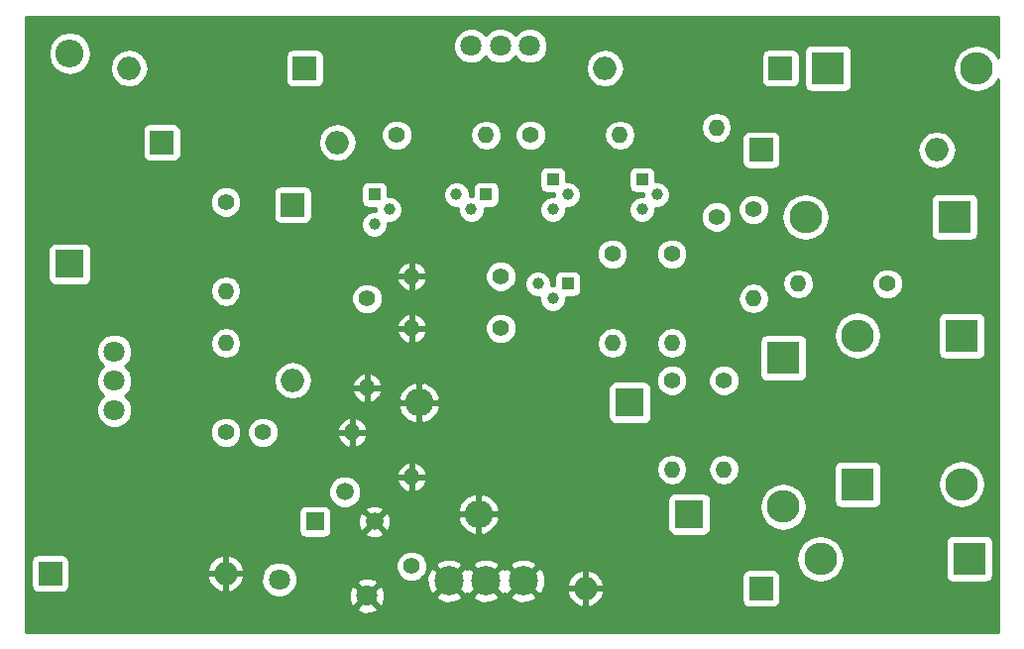
<source format=gbr>
G04 #@! TF.FileFunction,Copper,L2,Bot,Signal*
%FSLAX46Y46*%
G04 Gerber Fmt 4.6, Leading zero omitted, Abs format (unit mm)*
G04 Created by KiCad (PCBNEW 4.0.5) date 06/13/17 03:11:54*
%MOMM*%
%LPD*%
G01*
G04 APERTURE LIST*
%ADD10C,0.100000*%
%ADD11R,2.000000X2.000000*%
%ADD12O,2.000000X2.000000*%
%ADD13C,1.400000*%
%ADD14O,1.400000X1.400000*%
%ADD15R,2.400000X2.400000*%
%ADD16O,2.400000X2.400000*%
%ADD17R,2.800000X2.800000*%
%ADD18O,2.800000X2.800000*%
%ADD19C,1.000000*%
%ADD20R,1.000000X1.000000*%
%ADD21C,1.800000*%
%ADD22C,2.499360*%
%ADD23C,1.520000*%
%ADD24R,1.520000X1.520000*%
%ADD25C,0.254000*%
G04 APERTURE END LIST*
D10*
D11*
X74535000Y-54610000D03*
D12*
X89535000Y-54610000D03*
D13*
X125095000Y-60325000D03*
D14*
X125095000Y-67945000D03*
D11*
X125730000Y-92710000D03*
D12*
X110730000Y-92710000D03*
D15*
X66675000Y-64990000D03*
D16*
X66675000Y-46990000D03*
D15*
X119600000Y-86360000D03*
D16*
X101600000Y-86360000D03*
D15*
X114520000Y-76835000D03*
D16*
X96520000Y-76835000D03*
D11*
X65010000Y-91440000D03*
D12*
X80010000Y-91440000D03*
D11*
X85725000Y-59930000D03*
D12*
X85725000Y-74930000D03*
D11*
X86755000Y-48260000D03*
D12*
X71755000Y-48260000D03*
D11*
X127395000Y-48260000D03*
D12*
X112395000Y-48260000D03*
D11*
X125730000Y-55245000D03*
D12*
X140730000Y-55245000D03*
D17*
X133985000Y-83820000D03*
D18*
X133985000Y-71120000D03*
D17*
X142875000Y-71120000D03*
D18*
X142875000Y-83820000D03*
D17*
X131445000Y-48260000D03*
D18*
X144145000Y-48260000D03*
D17*
X143510000Y-90170000D03*
D18*
X130810000Y-90170000D03*
D17*
X142240000Y-60960000D03*
D18*
X129540000Y-60960000D03*
D17*
X127635000Y-73025000D03*
D18*
X127635000Y-85725000D03*
D19*
X116840000Y-59055000D03*
X115570000Y-60325000D03*
D20*
X115570000Y-57785000D03*
D19*
X107950000Y-67945000D03*
X106680000Y-66675000D03*
D20*
X109220000Y-66675000D03*
D19*
X109220000Y-59055000D03*
X107950000Y-60325000D03*
D20*
X107950000Y-57785000D03*
D13*
X122555000Y-74930000D03*
D14*
X122555000Y-82550000D03*
D13*
X118110000Y-64135000D03*
D14*
X118110000Y-71755000D03*
D13*
X80010000Y-79375000D03*
D14*
X80010000Y-71755000D03*
D13*
X80010000Y-59690000D03*
D14*
X80010000Y-67310000D03*
D13*
X83185000Y-79375000D03*
D14*
X90805000Y-79375000D03*
D13*
X92075000Y-67945000D03*
D14*
X92075000Y-75565000D03*
D13*
X113030000Y-64135000D03*
D14*
X113030000Y-71755000D03*
D13*
X136525000Y-66675000D03*
D14*
X128905000Y-66675000D03*
D13*
X103505000Y-66040000D03*
D14*
X95885000Y-66040000D03*
D13*
X94615000Y-53975000D03*
D14*
X102235000Y-53975000D03*
D13*
X121920000Y-60960000D03*
D14*
X121920000Y-53340000D03*
D13*
X103505000Y-70485000D03*
D14*
X95885000Y-70485000D03*
D13*
X106045000Y-53975000D03*
D14*
X113665000Y-53975000D03*
D13*
X118110000Y-74930000D03*
D14*
X118110000Y-82550000D03*
D13*
X95885000Y-90805000D03*
D14*
X95885000Y-83185000D03*
D21*
X84575000Y-91945000D03*
X92075000Y-93345000D03*
D19*
X93980000Y-60325000D03*
X92710000Y-61595000D03*
D20*
X92710000Y-59055000D03*
D19*
X100965000Y-60325000D03*
X99695000Y-59055000D03*
D20*
X102235000Y-59055000D03*
D22*
X105410000Y-92075000D03*
X102235000Y-92075000D03*
X99060000Y-92075000D03*
D23*
X90170000Y-84455000D03*
X92710000Y-86995000D03*
D24*
X87630000Y-86995000D03*
D21*
X70485000Y-77470000D03*
X70485000Y-74970000D03*
X70485000Y-72470000D03*
X100965000Y-46355000D03*
X103465000Y-46355000D03*
X105965000Y-46355000D03*
D25*
G36*
X145975000Y-47346600D02*
X145623830Y-46821038D01*
X144963629Y-46379905D01*
X144184868Y-46225000D01*
X144105132Y-46225000D01*
X143326371Y-46379905D01*
X142666170Y-46821038D01*
X142225037Y-47481239D01*
X142070132Y-48260000D01*
X142225037Y-49038761D01*
X142666170Y-49698962D01*
X143326371Y-50140095D01*
X144105132Y-50295000D01*
X144184868Y-50295000D01*
X144963629Y-50140095D01*
X145623830Y-49698962D01*
X145975000Y-49173400D01*
X145975000Y-96445000D01*
X62940000Y-96445000D01*
X62940000Y-94425159D01*
X91174446Y-94425159D01*
X91260852Y-94681643D01*
X91834336Y-94891458D01*
X92444460Y-94865839D01*
X92889148Y-94681643D01*
X92975554Y-94425159D01*
X92075000Y-93524605D01*
X91174446Y-94425159D01*
X62940000Y-94425159D01*
X62940000Y-90440000D01*
X63362560Y-90440000D01*
X63362560Y-92440000D01*
X63406838Y-92675317D01*
X63545910Y-92891441D01*
X63758110Y-93036431D01*
X64010000Y-93087440D01*
X66010000Y-93087440D01*
X66245317Y-93043162D01*
X66461441Y-92904090D01*
X66606431Y-92691890D01*
X66657440Y-92440000D01*
X66657440Y-91820434D01*
X78419876Y-91820434D01*
X78616598Y-92295385D01*
X79050006Y-92763505D01*
X79629565Y-93030133D01*
X79883000Y-92911319D01*
X79883000Y-91567000D01*
X80137000Y-91567000D01*
X80137000Y-92911319D01*
X80390435Y-93030133D01*
X80969994Y-92763505D01*
X81403402Y-92295385D01*
X81422618Y-92248991D01*
X83039735Y-92248991D01*
X83272932Y-92813371D01*
X83704357Y-93245551D01*
X84268330Y-93479733D01*
X84878991Y-93480265D01*
X85443371Y-93247068D01*
X85586352Y-93104336D01*
X90528542Y-93104336D01*
X90554161Y-93714460D01*
X90738357Y-94159148D01*
X90994841Y-94245554D01*
X91895395Y-93345000D01*
X92254605Y-93345000D01*
X93155159Y-94245554D01*
X93411643Y-94159148D01*
X93621458Y-93585664D01*
X93614002Y-93408089D01*
X97906517Y-93408089D01*
X98035725Y-93700859D01*
X98735883Y-93969071D01*
X99485384Y-93948928D01*
X100084275Y-93700859D01*
X100213483Y-93408089D01*
X101081517Y-93408089D01*
X101210725Y-93700859D01*
X101910883Y-93969071D01*
X102660384Y-93948928D01*
X103259275Y-93700859D01*
X103388483Y-93408089D01*
X104256517Y-93408089D01*
X104385725Y-93700859D01*
X105085883Y-93969071D01*
X105835384Y-93948928D01*
X106434275Y-93700859D01*
X106563483Y-93408089D01*
X105410000Y-92254605D01*
X104256517Y-93408089D01*
X103388483Y-93408089D01*
X102235000Y-92254605D01*
X101081517Y-93408089D01*
X100213483Y-93408089D01*
X99060000Y-92254605D01*
X97906517Y-93408089D01*
X93614002Y-93408089D01*
X93595839Y-92975540D01*
X93411643Y-92530852D01*
X93155159Y-92444446D01*
X92254605Y-93345000D01*
X91895395Y-93345000D01*
X90994841Y-92444446D01*
X90738357Y-92530852D01*
X90528542Y-93104336D01*
X85586352Y-93104336D01*
X85875551Y-92815643D01*
X86104263Y-92264841D01*
X91174446Y-92264841D01*
X92075000Y-93165395D01*
X92975554Y-92264841D01*
X92889148Y-92008357D01*
X92315664Y-91798542D01*
X91705540Y-91824161D01*
X91260852Y-92008357D01*
X91174446Y-92264841D01*
X86104263Y-92264841D01*
X86109733Y-92251670D01*
X86110265Y-91641009D01*
X85877068Y-91076629D01*
X85869835Y-91069383D01*
X94549769Y-91069383D01*
X94752582Y-91560229D01*
X95127796Y-91936098D01*
X95618287Y-92139768D01*
X96149383Y-92140231D01*
X96640229Y-91937418D01*
X96827089Y-91750883D01*
X97165929Y-91750883D01*
X97186072Y-92500384D01*
X97434141Y-93099275D01*
X97726911Y-93228483D01*
X98880395Y-92075000D01*
X99239605Y-92075000D01*
X100393089Y-93228483D01*
X100647500Y-93116204D01*
X100901911Y-93228483D01*
X102055395Y-92075000D01*
X102414605Y-92075000D01*
X103568089Y-93228483D01*
X103822500Y-93116204D01*
X104076911Y-93228483D01*
X105230395Y-92075000D01*
X105589605Y-92075000D01*
X106743089Y-93228483D01*
X107035859Y-93099275D01*
X107039245Y-93090434D01*
X109139876Y-93090434D01*
X109336598Y-93565385D01*
X109770006Y-94033505D01*
X110349565Y-94300133D01*
X110603000Y-94181319D01*
X110603000Y-92837000D01*
X110857000Y-92837000D01*
X110857000Y-94181319D01*
X111110435Y-94300133D01*
X111689994Y-94033505D01*
X112123402Y-93565385D01*
X112320124Y-93090434D01*
X112200777Y-92837000D01*
X110857000Y-92837000D01*
X110603000Y-92837000D01*
X109259223Y-92837000D01*
X109139876Y-93090434D01*
X107039245Y-93090434D01*
X107304071Y-92399117D01*
X107302202Y-92329566D01*
X109139876Y-92329566D01*
X109259223Y-92583000D01*
X110603000Y-92583000D01*
X110603000Y-91238681D01*
X110857000Y-91238681D01*
X110857000Y-92583000D01*
X112200777Y-92583000D01*
X112320124Y-92329566D01*
X112123402Y-91854615D01*
X111989511Y-91710000D01*
X124082560Y-91710000D01*
X124082560Y-93710000D01*
X124126838Y-93945317D01*
X124265910Y-94161441D01*
X124478110Y-94306431D01*
X124730000Y-94357440D01*
X126730000Y-94357440D01*
X126965317Y-94313162D01*
X127181441Y-94174090D01*
X127326431Y-93961890D01*
X127377440Y-93710000D01*
X127377440Y-91710000D01*
X127333162Y-91474683D01*
X127194090Y-91258559D01*
X126981890Y-91113569D01*
X126730000Y-91062560D01*
X124730000Y-91062560D01*
X124494683Y-91106838D01*
X124278559Y-91245910D01*
X124133569Y-91458110D01*
X124082560Y-91710000D01*
X111989511Y-91710000D01*
X111689994Y-91386495D01*
X111110435Y-91119867D01*
X110857000Y-91238681D01*
X110603000Y-91238681D01*
X110349565Y-91119867D01*
X109770006Y-91386495D01*
X109336598Y-91854615D01*
X109139876Y-92329566D01*
X107302202Y-92329566D01*
X107283928Y-91649616D01*
X107035859Y-91050725D01*
X106743089Y-90921517D01*
X105589605Y-92075000D01*
X105230395Y-92075000D01*
X104076911Y-90921517D01*
X103822500Y-91033796D01*
X103568089Y-90921517D01*
X102414605Y-92075000D01*
X102055395Y-92075000D01*
X100901911Y-90921517D01*
X100647500Y-91033796D01*
X100393089Y-90921517D01*
X99239605Y-92075000D01*
X98880395Y-92075000D01*
X97726911Y-90921517D01*
X97434141Y-91050725D01*
X97165929Y-91750883D01*
X96827089Y-91750883D01*
X97016098Y-91562204D01*
X97219768Y-91071713D01*
X97220055Y-90741911D01*
X97906517Y-90741911D01*
X99060000Y-91895395D01*
X100213483Y-90741911D01*
X101081517Y-90741911D01*
X102235000Y-91895395D01*
X103388483Y-90741911D01*
X104256517Y-90741911D01*
X105410000Y-91895395D01*
X106563483Y-90741911D01*
X106434275Y-90449141D01*
X105734117Y-90180929D01*
X104984616Y-90201072D01*
X104385725Y-90449141D01*
X104256517Y-90741911D01*
X103388483Y-90741911D01*
X103259275Y-90449141D01*
X102559117Y-90180929D01*
X101809616Y-90201072D01*
X101210725Y-90449141D01*
X101081517Y-90741911D01*
X100213483Y-90741911D01*
X100084275Y-90449141D01*
X99384117Y-90180929D01*
X98634616Y-90201072D01*
X98035725Y-90449141D01*
X97906517Y-90741911D01*
X97220055Y-90741911D01*
X97220231Y-90540617D01*
X97067096Y-90170000D01*
X128735132Y-90170000D01*
X128890037Y-90948761D01*
X129331170Y-91608962D01*
X129991371Y-92050095D01*
X130770132Y-92205000D01*
X130849868Y-92205000D01*
X131628629Y-92050095D01*
X132288830Y-91608962D01*
X132729963Y-90948761D01*
X132884868Y-90170000D01*
X132729963Y-89391239D01*
X132314864Y-88770000D01*
X141462560Y-88770000D01*
X141462560Y-91570000D01*
X141506838Y-91805317D01*
X141645910Y-92021441D01*
X141858110Y-92166431D01*
X142110000Y-92217440D01*
X144910000Y-92217440D01*
X145145317Y-92173162D01*
X145361441Y-92034090D01*
X145506431Y-91821890D01*
X145557440Y-91570000D01*
X145557440Y-88770000D01*
X145513162Y-88534683D01*
X145374090Y-88318559D01*
X145161890Y-88173569D01*
X144910000Y-88122560D01*
X142110000Y-88122560D01*
X141874683Y-88166838D01*
X141658559Y-88305910D01*
X141513569Y-88518110D01*
X141462560Y-88770000D01*
X132314864Y-88770000D01*
X132288830Y-88731038D01*
X131628629Y-88289905D01*
X130849868Y-88135000D01*
X130770132Y-88135000D01*
X129991371Y-88289905D01*
X129331170Y-88731038D01*
X128890037Y-89391239D01*
X128735132Y-90170000D01*
X97067096Y-90170000D01*
X97017418Y-90049771D01*
X96642204Y-89673902D01*
X96151713Y-89470232D01*
X95620617Y-89469769D01*
X95129771Y-89672582D01*
X94753902Y-90047796D01*
X94550232Y-90538287D01*
X94549769Y-91069383D01*
X85869835Y-91069383D01*
X85445643Y-90644449D01*
X84881670Y-90410267D01*
X84271009Y-90409735D01*
X83706629Y-90642932D01*
X83274449Y-91074357D01*
X83040267Y-91638330D01*
X83039735Y-92248991D01*
X81422618Y-92248991D01*
X81600124Y-91820434D01*
X81480777Y-91567000D01*
X80137000Y-91567000D01*
X79883000Y-91567000D01*
X78539223Y-91567000D01*
X78419876Y-91820434D01*
X66657440Y-91820434D01*
X66657440Y-91059566D01*
X78419876Y-91059566D01*
X78539223Y-91313000D01*
X79883000Y-91313000D01*
X79883000Y-89968681D01*
X80137000Y-89968681D01*
X80137000Y-91313000D01*
X81480777Y-91313000D01*
X81600124Y-91059566D01*
X81403402Y-90584615D01*
X80969994Y-90116495D01*
X80390435Y-89849867D01*
X80137000Y-89968681D01*
X79883000Y-89968681D01*
X79629565Y-89849867D01*
X79050006Y-90116495D01*
X78616598Y-90584615D01*
X78419876Y-91059566D01*
X66657440Y-91059566D01*
X66657440Y-90440000D01*
X66613162Y-90204683D01*
X66474090Y-89988559D01*
X66261890Y-89843569D01*
X66010000Y-89792560D01*
X64010000Y-89792560D01*
X63774683Y-89836838D01*
X63558559Y-89975910D01*
X63413569Y-90188110D01*
X63362560Y-90440000D01*
X62940000Y-90440000D01*
X62940000Y-86235000D01*
X86222560Y-86235000D01*
X86222560Y-87755000D01*
X86266838Y-87990317D01*
X86405910Y-88206441D01*
X86618110Y-88351431D01*
X86870000Y-88402440D01*
X88390000Y-88402440D01*
X88625317Y-88358162D01*
X88841441Y-88219090D01*
X88986431Y-88006890D01*
X88993139Y-87973764D01*
X91910841Y-87973764D01*
X91980059Y-88215742D01*
X92502780Y-88402155D01*
X93057049Y-88374341D01*
X93439941Y-88215742D01*
X93509159Y-87973764D01*
X92710000Y-87174605D01*
X91910841Y-87973764D01*
X88993139Y-87973764D01*
X89037440Y-87755000D01*
X89037440Y-86787780D01*
X91302845Y-86787780D01*
X91330659Y-87342049D01*
X91489258Y-87724941D01*
X91731236Y-87794159D01*
X92530395Y-86995000D01*
X92889605Y-86995000D01*
X93688764Y-87794159D01*
X93930742Y-87724941D01*
X94117155Y-87202220D01*
X94095557Y-86771805D01*
X99811805Y-86771805D01*
X100044358Y-87333258D01*
X100535224Y-87854492D01*
X101188193Y-88148203D01*
X101473000Y-88031858D01*
X101473000Y-86487000D01*
X101727000Y-86487000D01*
X101727000Y-88031858D01*
X102011807Y-88148203D01*
X102664776Y-87854492D01*
X103155642Y-87333258D01*
X103388195Y-86771805D01*
X103271432Y-86487000D01*
X101727000Y-86487000D01*
X101473000Y-86487000D01*
X99928568Y-86487000D01*
X99811805Y-86771805D01*
X94095557Y-86771805D01*
X94089341Y-86647951D01*
X93930742Y-86265059D01*
X93688764Y-86195841D01*
X92889605Y-86995000D01*
X92530395Y-86995000D01*
X91731236Y-86195841D01*
X91489258Y-86265059D01*
X91302845Y-86787780D01*
X89037440Y-86787780D01*
X89037440Y-86235000D01*
X88996277Y-86016236D01*
X91910841Y-86016236D01*
X92710000Y-86815395D01*
X93509159Y-86016236D01*
X93489696Y-85948195D01*
X99811805Y-85948195D01*
X99928568Y-86233000D01*
X101473000Y-86233000D01*
X101473000Y-84688142D01*
X101727000Y-84688142D01*
X101727000Y-86233000D01*
X103271432Y-86233000D01*
X103388195Y-85948195D01*
X103155642Y-85386742D01*
X102942111Y-85160000D01*
X117752560Y-85160000D01*
X117752560Y-87560000D01*
X117796838Y-87795317D01*
X117935910Y-88011441D01*
X118148110Y-88156431D01*
X118400000Y-88207440D01*
X120800000Y-88207440D01*
X121035317Y-88163162D01*
X121251441Y-88024090D01*
X121396431Y-87811890D01*
X121447440Y-87560000D01*
X121447440Y-85685132D01*
X125600000Y-85685132D01*
X125600000Y-85764868D01*
X125754905Y-86543629D01*
X126196038Y-87203830D01*
X126856239Y-87644963D01*
X127635000Y-87799868D01*
X128413761Y-87644963D01*
X129073962Y-87203830D01*
X129515095Y-86543629D01*
X129670000Y-85764868D01*
X129670000Y-85685132D01*
X129515095Y-84906371D01*
X129073962Y-84246170D01*
X128413761Y-83805037D01*
X127635000Y-83650132D01*
X126856239Y-83805037D01*
X126196038Y-84246170D01*
X125754905Y-84906371D01*
X125600000Y-85685132D01*
X121447440Y-85685132D01*
X121447440Y-85160000D01*
X121403162Y-84924683D01*
X121264090Y-84708559D01*
X121051890Y-84563569D01*
X120800000Y-84512560D01*
X118400000Y-84512560D01*
X118164683Y-84556838D01*
X117948559Y-84695910D01*
X117803569Y-84908110D01*
X117752560Y-85160000D01*
X102942111Y-85160000D01*
X102664776Y-84865508D01*
X102011807Y-84571797D01*
X101727000Y-84688142D01*
X101473000Y-84688142D01*
X101188193Y-84571797D01*
X100535224Y-84865508D01*
X100044358Y-85386742D01*
X99811805Y-85948195D01*
X93489696Y-85948195D01*
X93439941Y-85774258D01*
X92917220Y-85587845D01*
X92362951Y-85615659D01*
X91980059Y-85774258D01*
X91910841Y-86016236D01*
X88996277Y-86016236D01*
X88993162Y-85999683D01*
X88854090Y-85783559D01*
X88641890Y-85638569D01*
X88390000Y-85587560D01*
X86870000Y-85587560D01*
X86634683Y-85631838D01*
X86418559Y-85770910D01*
X86273569Y-85983110D01*
X86222560Y-86235000D01*
X62940000Y-86235000D01*
X62940000Y-84731265D01*
X88774758Y-84731265D01*
X88986687Y-85244172D01*
X89378764Y-85636934D01*
X89891300Y-85849758D01*
X90446265Y-85850242D01*
X90959172Y-85638313D01*
X91351934Y-85246236D01*
X91564758Y-84733700D01*
X91565242Y-84178735D01*
X91353313Y-83665828D01*
X91206074Y-83518331D01*
X94592273Y-83518331D01*
X94818236Y-83987663D01*
X95206604Y-84334797D01*
X95551671Y-84477716D01*
X95758000Y-84354374D01*
X95758000Y-83312000D01*
X96012000Y-83312000D01*
X96012000Y-84354374D01*
X96218329Y-84477716D01*
X96563396Y-84334797D01*
X96951764Y-83987663D01*
X97177727Y-83518331D01*
X97055206Y-83312000D01*
X96012000Y-83312000D01*
X95758000Y-83312000D01*
X94714794Y-83312000D01*
X94592273Y-83518331D01*
X91206074Y-83518331D01*
X90961236Y-83273066D01*
X90448700Y-83060242D01*
X89893735Y-83059758D01*
X89380828Y-83271687D01*
X88988066Y-83663764D01*
X88775242Y-84176300D01*
X88774758Y-84731265D01*
X62940000Y-84731265D01*
X62940000Y-82851669D01*
X94592273Y-82851669D01*
X94714794Y-83058000D01*
X95758000Y-83058000D01*
X95758000Y-82015626D01*
X96012000Y-82015626D01*
X96012000Y-83058000D01*
X97055206Y-83058000D01*
X97177727Y-82851669D01*
X97019895Y-82523846D01*
X116775000Y-82523846D01*
X116775000Y-82576154D01*
X116876621Y-83087036D01*
X117166012Y-83520142D01*
X117599118Y-83809533D01*
X118110000Y-83911154D01*
X118620882Y-83809533D01*
X119053988Y-83520142D01*
X119343379Y-83087036D01*
X119445000Y-82576154D01*
X119445000Y-82523846D01*
X121220000Y-82523846D01*
X121220000Y-82576154D01*
X121321621Y-83087036D01*
X121611012Y-83520142D01*
X122044118Y-83809533D01*
X122555000Y-83911154D01*
X123065882Y-83809533D01*
X123498988Y-83520142D01*
X123788379Y-83087036D01*
X123890000Y-82576154D01*
X123890000Y-82523846D01*
X123869344Y-82420000D01*
X131937560Y-82420000D01*
X131937560Y-85220000D01*
X131981838Y-85455317D01*
X132120910Y-85671441D01*
X132333110Y-85816431D01*
X132585000Y-85867440D01*
X135385000Y-85867440D01*
X135620317Y-85823162D01*
X135836441Y-85684090D01*
X135981431Y-85471890D01*
X136032440Y-85220000D01*
X136032440Y-83780132D01*
X140840000Y-83780132D01*
X140840000Y-83859868D01*
X140994905Y-84638629D01*
X141436038Y-85298830D01*
X142096239Y-85739963D01*
X142875000Y-85894868D01*
X143653761Y-85739963D01*
X144313962Y-85298830D01*
X144755095Y-84638629D01*
X144910000Y-83859868D01*
X144910000Y-83780132D01*
X144755095Y-83001371D01*
X144313962Y-82341170D01*
X143653761Y-81900037D01*
X142875000Y-81745132D01*
X142096239Y-81900037D01*
X141436038Y-82341170D01*
X140994905Y-83001371D01*
X140840000Y-83780132D01*
X136032440Y-83780132D01*
X136032440Y-82420000D01*
X135988162Y-82184683D01*
X135849090Y-81968559D01*
X135636890Y-81823569D01*
X135385000Y-81772560D01*
X132585000Y-81772560D01*
X132349683Y-81816838D01*
X132133559Y-81955910D01*
X131988569Y-82168110D01*
X131937560Y-82420000D01*
X123869344Y-82420000D01*
X123788379Y-82012964D01*
X123498988Y-81579858D01*
X123065882Y-81290467D01*
X122555000Y-81188846D01*
X122044118Y-81290467D01*
X121611012Y-81579858D01*
X121321621Y-82012964D01*
X121220000Y-82523846D01*
X119445000Y-82523846D01*
X119343379Y-82012964D01*
X119053988Y-81579858D01*
X118620882Y-81290467D01*
X118110000Y-81188846D01*
X117599118Y-81290467D01*
X117166012Y-81579858D01*
X116876621Y-82012964D01*
X116775000Y-82523846D01*
X97019895Y-82523846D01*
X96951764Y-82382337D01*
X96563396Y-82035203D01*
X96218329Y-81892284D01*
X96012000Y-82015626D01*
X95758000Y-82015626D01*
X95551671Y-81892284D01*
X95206604Y-82035203D01*
X94818236Y-82382337D01*
X94592273Y-82851669D01*
X62940000Y-82851669D01*
X62940000Y-79639383D01*
X78674769Y-79639383D01*
X78877582Y-80130229D01*
X79252796Y-80506098D01*
X79743287Y-80709768D01*
X80274383Y-80710231D01*
X80765229Y-80507418D01*
X81141098Y-80132204D01*
X81344768Y-79641713D01*
X81344770Y-79639383D01*
X81849769Y-79639383D01*
X82052582Y-80130229D01*
X82427796Y-80506098D01*
X82918287Y-80709768D01*
X83449383Y-80710231D01*
X83940229Y-80507418D01*
X84316098Y-80132204D01*
X84492106Y-79708329D01*
X89512284Y-79708329D01*
X89655203Y-80053396D01*
X90002337Y-80441764D01*
X90471669Y-80667727D01*
X90678000Y-80545206D01*
X90678000Y-79502000D01*
X90932000Y-79502000D01*
X90932000Y-80545206D01*
X91138331Y-80667727D01*
X91607663Y-80441764D01*
X91954797Y-80053396D01*
X92097716Y-79708329D01*
X91974374Y-79502000D01*
X90932000Y-79502000D01*
X90678000Y-79502000D01*
X89635626Y-79502000D01*
X89512284Y-79708329D01*
X84492106Y-79708329D01*
X84519768Y-79641713D01*
X84520231Y-79110617D01*
X84491744Y-79041671D01*
X89512284Y-79041671D01*
X89635626Y-79248000D01*
X90678000Y-79248000D01*
X90678000Y-78204794D01*
X90932000Y-78204794D01*
X90932000Y-79248000D01*
X91974374Y-79248000D01*
X92097716Y-79041671D01*
X91954797Y-78696604D01*
X91607663Y-78308236D01*
X91138331Y-78082273D01*
X90932000Y-78204794D01*
X90678000Y-78204794D01*
X90471669Y-78082273D01*
X90002337Y-78308236D01*
X89655203Y-78696604D01*
X89512284Y-79041671D01*
X84491744Y-79041671D01*
X84317418Y-78619771D01*
X83942204Y-78243902D01*
X83451713Y-78040232D01*
X82920617Y-78039769D01*
X82429771Y-78242582D01*
X82053902Y-78617796D01*
X81850232Y-79108287D01*
X81849769Y-79639383D01*
X81344770Y-79639383D01*
X81345231Y-79110617D01*
X81142418Y-78619771D01*
X80767204Y-78243902D01*
X80276713Y-78040232D01*
X79745617Y-78039769D01*
X79254771Y-78242582D01*
X78878902Y-78617796D01*
X78675232Y-79108287D01*
X78674769Y-79639383D01*
X62940000Y-79639383D01*
X62940000Y-72773991D01*
X68949735Y-72773991D01*
X69182932Y-73338371D01*
X69564182Y-73720288D01*
X69184449Y-74099357D01*
X68950267Y-74663330D01*
X68949735Y-75273991D01*
X69182932Y-75838371D01*
X69564182Y-76220288D01*
X69184449Y-76599357D01*
X68950267Y-77163330D01*
X68949735Y-77773991D01*
X69182932Y-78338371D01*
X69614357Y-78770551D01*
X70178330Y-79004733D01*
X70788991Y-79005265D01*
X71353371Y-78772068D01*
X71785551Y-78340643D01*
X72019733Y-77776670D01*
X72020194Y-77246805D01*
X94731805Y-77246805D01*
X94964358Y-77808258D01*
X95455224Y-78329492D01*
X96108193Y-78623203D01*
X96393000Y-78506858D01*
X96393000Y-76962000D01*
X96647000Y-76962000D01*
X96647000Y-78506858D01*
X96931807Y-78623203D01*
X97584776Y-78329492D01*
X98075642Y-77808258D01*
X98308195Y-77246805D01*
X98191432Y-76962000D01*
X96647000Y-76962000D01*
X96393000Y-76962000D01*
X94848568Y-76962000D01*
X94731805Y-77246805D01*
X72020194Y-77246805D01*
X72020265Y-77166009D01*
X71787068Y-76601629D01*
X71405818Y-76219712D01*
X71785551Y-75840643D01*
X72019733Y-75276670D01*
X72020062Y-74897968D01*
X84090000Y-74897968D01*
X84090000Y-74962032D01*
X84214457Y-75587719D01*
X84568880Y-76118152D01*
X85099313Y-76472575D01*
X85725000Y-76597032D01*
X86350687Y-76472575D01*
X86881120Y-76118152D01*
X87027999Y-75898331D01*
X90782273Y-75898331D01*
X91008236Y-76367663D01*
X91396604Y-76714797D01*
X91741671Y-76857716D01*
X91948000Y-76734374D01*
X91948000Y-75692000D01*
X92202000Y-75692000D01*
X92202000Y-76734374D01*
X92408329Y-76857716D01*
X92753396Y-76714797D01*
X93079635Y-76423195D01*
X94731805Y-76423195D01*
X94848568Y-76708000D01*
X96393000Y-76708000D01*
X96393000Y-75163142D01*
X96647000Y-75163142D01*
X96647000Y-76708000D01*
X98191432Y-76708000D01*
X98308195Y-76423195D01*
X98075642Y-75861742D01*
X97862111Y-75635000D01*
X112672560Y-75635000D01*
X112672560Y-78035000D01*
X112716838Y-78270317D01*
X112855910Y-78486441D01*
X113068110Y-78631431D01*
X113320000Y-78682440D01*
X115720000Y-78682440D01*
X115955317Y-78638162D01*
X116171441Y-78499090D01*
X116316431Y-78286890D01*
X116367440Y-78035000D01*
X116367440Y-75635000D01*
X116323162Y-75399683D01*
X116191056Y-75194383D01*
X116774769Y-75194383D01*
X116977582Y-75685229D01*
X117352796Y-76061098D01*
X117843287Y-76264768D01*
X118374383Y-76265231D01*
X118865229Y-76062418D01*
X119241098Y-75687204D01*
X119444768Y-75196713D01*
X119444770Y-75194383D01*
X121219769Y-75194383D01*
X121422582Y-75685229D01*
X121797796Y-76061098D01*
X122288287Y-76264768D01*
X122819383Y-76265231D01*
X123310229Y-76062418D01*
X123686098Y-75687204D01*
X123889768Y-75196713D01*
X123890231Y-74665617D01*
X123687418Y-74174771D01*
X123312204Y-73798902D01*
X122821713Y-73595232D01*
X122290617Y-73594769D01*
X121799771Y-73797582D01*
X121423902Y-74172796D01*
X121220232Y-74663287D01*
X121219769Y-75194383D01*
X119444770Y-75194383D01*
X119445231Y-74665617D01*
X119242418Y-74174771D01*
X118867204Y-73798902D01*
X118376713Y-73595232D01*
X117845617Y-73594769D01*
X117354771Y-73797582D01*
X116978902Y-74172796D01*
X116775232Y-74663287D01*
X116774769Y-75194383D01*
X116191056Y-75194383D01*
X116184090Y-75183559D01*
X115971890Y-75038569D01*
X115720000Y-74987560D01*
X113320000Y-74987560D01*
X113084683Y-75031838D01*
X112868559Y-75170910D01*
X112723569Y-75383110D01*
X112672560Y-75635000D01*
X97862111Y-75635000D01*
X97584776Y-75340508D01*
X96931807Y-75046797D01*
X96647000Y-75163142D01*
X96393000Y-75163142D01*
X96108193Y-75046797D01*
X95455224Y-75340508D01*
X94964358Y-75861742D01*
X94731805Y-76423195D01*
X93079635Y-76423195D01*
X93141764Y-76367663D01*
X93367727Y-75898331D01*
X93245206Y-75692000D01*
X92202000Y-75692000D01*
X91948000Y-75692000D01*
X90904794Y-75692000D01*
X90782273Y-75898331D01*
X87027999Y-75898331D01*
X87235543Y-75587719D01*
X87306365Y-75231669D01*
X90782273Y-75231669D01*
X90904794Y-75438000D01*
X91948000Y-75438000D01*
X91948000Y-74395626D01*
X92202000Y-74395626D01*
X92202000Y-75438000D01*
X93245206Y-75438000D01*
X93367727Y-75231669D01*
X93141764Y-74762337D01*
X92753396Y-74415203D01*
X92408329Y-74272284D01*
X92202000Y-74395626D01*
X91948000Y-74395626D01*
X91741671Y-74272284D01*
X91396604Y-74415203D01*
X91008236Y-74762337D01*
X90782273Y-75231669D01*
X87306365Y-75231669D01*
X87360000Y-74962032D01*
X87360000Y-74897968D01*
X87235543Y-74272281D01*
X86881120Y-73741848D01*
X86350687Y-73387425D01*
X85725000Y-73262968D01*
X85099313Y-73387425D01*
X84568880Y-73741848D01*
X84214457Y-74272281D01*
X84090000Y-74897968D01*
X72020062Y-74897968D01*
X72020265Y-74666009D01*
X71787068Y-74101629D01*
X71405818Y-73719712D01*
X71785551Y-73340643D01*
X72019733Y-72776670D01*
X72020265Y-72166009D01*
X71839633Y-71728846D01*
X78675000Y-71728846D01*
X78675000Y-71781154D01*
X78776621Y-72292036D01*
X79066012Y-72725142D01*
X79499118Y-73014533D01*
X80010000Y-73116154D01*
X80520882Y-73014533D01*
X80953988Y-72725142D01*
X81243379Y-72292036D01*
X81345000Y-71781154D01*
X81345000Y-71728846D01*
X81243379Y-71217964D01*
X80976353Y-70818329D01*
X94592284Y-70818329D01*
X94735203Y-71163396D01*
X95082337Y-71551764D01*
X95551669Y-71777727D01*
X95758000Y-71655206D01*
X95758000Y-70612000D01*
X96012000Y-70612000D01*
X96012000Y-71655206D01*
X96218331Y-71777727D01*
X96687663Y-71551764D01*
X97034797Y-71163396D01*
X97177716Y-70818329D01*
X97136501Y-70749383D01*
X102169769Y-70749383D01*
X102372582Y-71240229D01*
X102747796Y-71616098D01*
X103238287Y-71819768D01*
X103769383Y-71820231D01*
X103990552Y-71728846D01*
X111695000Y-71728846D01*
X111695000Y-71781154D01*
X111796621Y-72292036D01*
X112086012Y-72725142D01*
X112519118Y-73014533D01*
X113030000Y-73116154D01*
X113540882Y-73014533D01*
X113973988Y-72725142D01*
X114263379Y-72292036D01*
X114365000Y-71781154D01*
X114365000Y-71728846D01*
X116775000Y-71728846D01*
X116775000Y-71781154D01*
X116876621Y-72292036D01*
X117166012Y-72725142D01*
X117599118Y-73014533D01*
X118110000Y-73116154D01*
X118620882Y-73014533D01*
X119053988Y-72725142D01*
X119343379Y-72292036D01*
X119445000Y-71781154D01*
X119445000Y-71728846D01*
X119424344Y-71625000D01*
X125587560Y-71625000D01*
X125587560Y-74425000D01*
X125631838Y-74660317D01*
X125770910Y-74876441D01*
X125983110Y-75021431D01*
X126235000Y-75072440D01*
X129035000Y-75072440D01*
X129270317Y-75028162D01*
X129486441Y-74889090D01*
X129631431Y-74676890D01*
X129682440Y-74425000D01*
X129682440Y-71625000D01*
X129638162Y-71389683D01*
X129499090Y-71173559D01*
X129362355Y-71080132D01*
X131950000Y-71080132D01*
X131950000Y-71159868D01*
X132104905Y-71938629D01*
X132546038Y-72598830D01*
X133206239Y-73039963D01*
X133985000Y-73194868D01*
X134763761Y-73039963D01*
X135423962Y-72598830D01*
X135865095Y-71938629D01*
X136020000Y-71159868D01*
X136020000Y-71080132D01*
X135865095Y-70301371D01*
X135476635Y-69720000D01*
X140827560Y-69720000D01*
X140827560Y-72520000D01*
X140871838Y-72755317D01*
X141010910Y-72971441D01*
X141223110Y-73116431D01*
X141475000Y-73167440D01*
X144275000Y-73167440D01*
X144510317Y-73123162D01*
X144726441Y-72984090D01*
X144871431Y-72771890D01*
X144922440Y-72520000D01*
X144922440Y-69720000D01*
X144878162Y-69484683D01*
X144739090Y-69268559D01*
X144526890Y-69123569D01*
X144275000Y-69072560D01*
X141475000Y-69072560D01*
X141239683Y-69116838D01*
X141023559Y-69255910D01*
X140878569Y-69468110D01*
X140827560Y-69720000D01*
X135476635Y-69720000D01*
X135423962Y-69641170D01*
X134763761Y-69200037D01*
X133985000Y-69045132D01*
X133206239Y-69200037D01*
X132546038Y-69641170D01*
X132104905Y-70301371D01*
X131950000Y-71080132D01*
X129362355Y-71080132D01*
X129286890Y-71028569D01*
X129035000Y-70977560D01*
X126235000Y-70977560D01*
X125999683Y-71021838D01*
X125783559Y-71160910D01*
X125638569Y-71373110D01*
X125587560Y-71625000D01*
X119424344Y-71625000D01*
X119343379Y-71217964D01*
X119053988Y-70784858D01*
X118620882Y-70495467D01*
X118110000Y-70393846D01*
X117599118Y-70495467D01*
X117166012Y-70784858D01*
X116876621Y-71217964D01*
X116775000Y-71728846D01*
X114365000Y-71728846D01*
X114263379Y-71217964D01*
X113973988Y-70784858D01*
X113540882Y-70495467D01*
X113030000Y-70393846D01*
X112519118Y-70495467D01*
X112086012Y-70784858D01*
X111796621Y-71217964D01*
X111695000Y-71728846D01*
X103990552Y-71728846D01*
X104260229Y-71617418D01*
X104636098Y-71242204D01*
X104839768Y-70751713D01*
X104840231Y-70220617D01*
X104637418Y-69729771D01*
X104262204Y-69353902D01*
X103771713Y-69150232D01*
X103240617Y-69149769D01*
X102749771Y-69352582D01*
X102373902Y-69727796D01*
X102170232Y-70218287D01*
X102169769Y-70749383D01*
X97136501Y-70749383D01*
X97054374Y-70612000D01*
X96012000Y-70612000D01*
X95758000Y-70612000D01*
X94715626Y-70612000D01*
X94592284Y-70818329D01*
X80976353Y-70818329D01*
X80953988Y-70784858D01*
X80520882Y-70495467D01*
X80010000Y-70393846D01*
X79499118Y-70495467D01*
X79066012Y-70784858D01*
X78776621Y-71217964D01*
X78675000Y-71728846D01*
X71839633Y-71728846D01*
X71787068Y-71601629D01*
X71355643Y-71169449D01*
X70791670Y-70935267D01*
X70181009Y-70934735D01*
X69616629Y-71167932D01*
X69184449Y-71599357D01*
X68950267Y-72163330D01*
X68949735Y-72773991D01*
X62940000Y-72773991D01*
X62940000Y-70151671D01*
X94592284Y-70151671D01*
X94715626Y-70358000D01*
X95758000Y-70358000D01*
X95758000Y-69314794D01*
X96012000Y-69314794D01*
X96012000Y-70358000D01*
X97054374Y-70358000D01*
X97177716Y-70151671D01*
X97034797Y-69806604D01*
X96687663Y-69418236D01*
X96218331Y-69192273D01*
X96012000Y-69314794D01*
X95758000Y-69314794D01*
X95551669Y-69192273D01*
X95082337Y-69418236D01*
X94735203Y-69806604D01*
X94592284Y-70151671D01*
X62940000Y-70151671D01*
X62940000Y-67283846D01*
X78675000Y-67283846D01*
X78675000Y-67336154D01*
X78776621Y-67847036D01*
X79066012Y-68280142D01*
X79499118Y-68569533D01*
X80010000Y-68671154D01*
X80520882Y-68569533D01*
X80953988Y-68280142D01*
X81001267Y-68209383D01*
X90739769Y-68209383D01*
X90942582Y-68700229D01*
X91317796Y-69076098D01*
X91808287Y-69279768D01*
X92339383Y-69280231D01*
X92830229Y-69077418D01*
X93206098Y-68702204D01*
X93409768Y-68211713D01*
X93410231Y-67680617D01*
X93207418Y-67189771D01*
X92832204Y-66813902D01*
X92341713Y-66610232D01*
X91810617Y-66609769D01*
X91319771Y-66812582D01*
X90943902Y-67187796D01*
X90740232Y-67678287D01*
X90739769Y-68209383D01*
X81001267Y-68209383D01*
X81243379Y-67847036D01*
X81345000Y-67336154D01*
X81345000Y-67283846D01*
X81243379Y-66772964D01*
X80976353Y-66373329D01*
X94592284Y-66373329D01*
X94735203Y-66718396D01*
X95082337Y-67106764D01*
X95551669Y-67332727D01*
X95758000Y-67210206D01*
X95758000Y-66167000D01*
X96012000Y-66167000D01*
X96012000Y-67210206D01*
X96218331Y-67332727D01*
X96687663Y-67106764D01*
X97034797Y-66718396D01*
X97177716Y-66373329D01*
X97136501Y-66304383D01*
X102169769Y-66304383D01*
X102372582Y-66795229D01*
X102747796Y-67171098D01*
X103238287Y-67374768D01*
X103769383Y-67375231D01*
X104260229Y-67172418D01*
X104533347Y-66899775D01*
X105544803Y-66899775D01*
X105717233Y-67317086D01*
X106036235Y-67636645D01*
X106453244Y-67809803D01*
X106815117Y-67810119D01*
X106814803Y-68169775D01*
X106987233Y-68587086D01*
X107306235Y-68906645D01*
X107723244Y-69079803D01*
X108174775Y-69080197D01*
X108592086Y-68907767D01*
X108911645Y-68588765D01*
X109084803Y-68171756D01*
X109085023Y-67918846D01*
X123760000Y-67918846D01*
X123760000Y-67971154D01*
X123861621Y-68482036D01*
X124151012Y-68915142D01*
X124584118Y-69204533D01*
X125095000Y-69306154D01*
X125605882Y-69204533D01*
X126038988Y-68915142D01*
X126328379Y-68482036D01*
X126430000Y-67971154D01*
X126430000Y-67918846D01*
X126328379Y-67407964D01*
X126038988Y-66974858D01*
X125605882Y-66685467D01*
X125553261Y-66675000D01*
X127543846Y-66675000D01*
X127645467Y-67185882D01*
X127934858Y-67618988D01*
X128367964Y-67908379D01*
X128878846Y-68010000D01*
X128931154Y-68010000D01*
X129442036Y-67908379D01*
X129875142Y-67618988D01*
X130164533Y-67185882D01*
X130213564Y-66939383D01*
X135189769Y-66939383D01*
X135392582Y-67430229D01*
X135767796Y-67806098D01*
X136258287Y-68009768D01*
X136789383Y-68010231D01*
X137280229Y-67807418D01*
X137656098Y-67432204D01*
X137859768Y-66941713D01*
X137860231Y-66410617D01*
X137657418Y-65919771D01*
X137282204Y-65543902D01*
X136791713Y-65340232D01*
X136260617Y-65339769D01*
X135769771Y-65542582D01*
X135393902Y-65917796D01*
X135190232Y-66408287D01*
X135189769Y-66939383D01*
X130213564Y-66939383D01*
X130266154Y-66675000D01*
X130164533Y-66164118D01*
X129875142Y-65731012D01*
X129442036Y-65441621D01*
X128931154Y-65340000D01*
X128878846Y-65340000D01*
X128367964Y-65441621D01*
X127934858Y-65731012D01*
X127645467Y-66164118D01*
X127543846Y-66675000D01*
X125553261Y-66675000D01*
X125095000Y-66583846D01*
X124584118Y-66685467D01*
X124151012Y-66974858D01*
X123861621Y-67407964D01*
X123760000Y-67918846D01*
X109085023Y-67918846D01*
X109085108Y-67822440D01*
X109720000Y-67822440D01*
X109955317Y-67778162D01*
X110171441Y-67639090D01*
X110316431Y-67426890D01*
X110367440Y-67175000D01*
X110367440Y-66175000D01*
X110323162Y-65939683D01*
X110184090Y-65723559D01*
X109971890Y-65578569D01*
X109720000Y-65527560D01*
X108720000Y-65527560D01*
X108484683Y-65571838D01*
X108268559Y-65710910D01*
X108123569Y-65923110D01*
X108072560Y-66175000D01*
X108072560Y-66810106D01*
X107814883Y-66809881D01*
X107815197Y-66450225D01*
X107642767Y-66032914D01*
X107323765Y-65713355D01*
X106906756Y-65540197D01*
X106455225Y-65539803D01*
X106037914Y-65712233D01*
X105718355Y-66031235D01*
X105545197Y-66448244D01*
X105544803Y-66899775D01*
X104533347Y-66899775D01*
X104636098Y-66797204D01*
X104839768Y-66306713D01*
X104840231Y-65775617D01*
X104637418Y-65284771D01*
X104262204Y-64908902D01*
X103771713Y-64705232D01*
X103240617Y-64704769D01*
X102749771Y-64907582D01*
X102373902Y-65282796D01*
X102170232Y-65773287D01*
X102169769Y-66304383D01*
X97136501Y-66304383D01*
X97054374Y-66167000D01*
X96012000Y-66167000D01*
X95758000Y-66167000D01*
X94715626Y-66167000D01*
X94592284Y-66373329D01*
X80976353Y-66373329D01*
X80953988Y-66339858D01*
X80520882Y-66050467D01*
X80010000Y-65948846D01*
X79499118Y-66050467D01*
X79066012Y-66339858D01*
X78776621Y-66772964D01*
X78675000Y-67283846D01*
X62940000Y-67283846D01*
X62940000Y-63790000D01*
X64827560Y-63790000D01*
X64827560Y-66190000D01*
X64871838Y-66425317D01*
X65010910Y-66641441D01*
X65223110Y-66786431D01*
X65475000Y-66837440D01*
X67875000Y-66837440D01*
X68110317Y-66793162D01*
X68326441Y-66654090D01*
X68471431Y-66441890D01*
X68522440Y-66190000D01*
X68522440Y-65706671D01*
X94592284Y-65706671D01*
X94715626Y-65913000D01*
X95758000Y-65913000D01*
X95758000Y-64869794D01*
X96012000Y-64869794D01*
X96012000Y-65913000D01*
X97054374Y-65913000D01*
X97177716Y-65706671D01*
X97034797Y-65361604D01*
X96687663Y-64973236D01*
X96218331Y-64747273D01*
X96012000Y-64869794D01*
X95758000Y-64869794D01*
X95551669Y-64747273D01*
X95082337Y-64973236D01*
X94735203Y-65361604D01*
X94592284Y-65706671D01*
X68522440Y-65706671D01*
X68522440Y-64399383D01*
X111694769Y-64399383D01*
X111897582Y-64890229D01*
X112272796Y-65266098D01*
X112763287Y-65469768D01*
X113294383Y-65470231D01*
X113785229Y-65267418D01*
X114161098Y-64892204D01*
X114364768Y-64401713D01*
X114364770Y-64399383D01*
X116774769Y-64399383D01*
X116977582Y-64890229D01*
X117352796Y-65266098D01*
X117843287Y-65469768D01*
X118374383Y-65470231D01*
X118865229Y-65267418D01*
X119241098Y-64892204D01*
X119444768Y-64401713D01*
X119445231Y-63870617D01*
X119242418Y-63379771D01*
X118867204Y-63003902D01*
X118376713Y-62800232D01*
X117845617Y-62799769D01*
X117354771Y-63002582D01*
X116978902Y-63377796D01*
X116775232Y-63868287D01*
X116774769Y-64399383D01*
X114364770Y-64399383D01*
X114365231Y-63870617D01*
X114162418Y-63379771D01*
X113787204Y-63003902D01*
X113296713Y-62800232D01*
X112765617Y-62799769D01*
X112274771Y-63002582D01*
X111898902Y-63377796D01*
X111695232Y-63868287D01*
X111694769Y-64399383D01*
X68522440Y-64399383D01*
X68522440Y-63790000D01*
X68478162Y-63554683D01*
X68339090Y-63338559D01*
X68126890Y-63193569D01*
X67875000Y-63142560D01*
X65475000Y-63142560D01*
X65239683Y-63186838D01*
X65023559Y-63325910D01*
X64878569Y-63538110D01*
X64827560Y-63790000D01*
X62940000Y-63790000D01*
X62940000Y-59954383D01*
X78674769Y-59954383D01*
X78877582Y-60445229D01*
X79252796Y-60821098D01*
X79743287Y-61024768D01*
X80274383Y-61025231D01*
X80765229Y-60822418D01*
X81141098Y-60447204D01*
X81344768Y-59956713D01*
X81345231Y-59425617D01*
X81142418Y-58934771D01*
X81137656Y-58930000D01*
X84077560Y-58930000D01*
X84077560Y-60930000D01*
X84121838Y-61165317D01*
X84260910Y-61381441D01*
X84473110Y-61526431D01*
X84725000Y-61577440D01*
X86725000Y-61577440D01*
X86960317Y-61533162D01*
X87176441Y-61394090D01*
X87321431Y-61181890D01*
X87372440Y-60930000D01*
X87372440Y-58930000D01*
X87328162Y-58694683D01*
X87238279Y-58555000D01*
X91562560Y-58555000D01*
X91562560Y-59555000D01*
X91606838Y-59790317D01*
X91745910Y-60006441D01*
X91958110Y-60151431D01*
X92210000Y-60202440D01*
X92845106Y-60202440D01*
X92844881Y-60460117D01*
X92485225Y-60459803D01*
X92067914Y-60632233D01*
X91748355Y-60951235D01*
X91575197Y-61368244D01*
X91574803Y-61819775D01*
X91747233Y-62237086D01*
X92066235Y-62556645D01*
X92483244Y-62729803D01*
X92934775Y-62730197D01*
X93352086Y-62557767D01*
X93671645Y-62238765D01*
X93844803Y-61821756D01*
X93845119Y-61459883D01*
X94204775Y-61460197D01*
X94622086Y-61287767D01*
X94941645Y-60968765D01*
X95114803Y-60551756D01*
X95115197Y-60100225D01*
X94942767Y-59682914D01*
X94623765Y-59363355D01*
X94422483Y-59279775D01*
X98559803Y-59279775D01*
X98732233Y-59697086D01*
X99051235Y-60016645D01*
X99468244Y-60189803D01*
X99830117Y-60190119D01*
X99829803Y-60549775D01*
X100002233Y-60967086D01*
X100321235Y-61286645D01*
X100738244Y-61459803D01*
X101189775Y-61460197D01*
X101607086Y-61287767D01*
X101926645Y-60968765D01*
X102099803Y-60551756D01*
X102100108Y-60202440D01*
X102735000Y-60202440D01*
X102970317Y-60158162D01*
X103186441Y-60019090D01*
X103331431Y-59806890D01*
X103382440Y-59555000D01*
X103382440Y-58555000D01*
X103338162Y-58319683D01*
X103199090Y-58103559D01*
X102986890Y-57958569D01*
X102735000Y-57907560D01*
X101735000Y-57907560D01*
X101499683Y-57951838D01*
X101283559Y-58090910D01*
X101138569Y-58303110D01*
X101087560Y-58555000D01*
X101087560Y-59190106D01*
X100829883Y-59189881D01*
X100830197Y-58830225D01*
X100657767Y-58412914D01*
X100338765Y-58093355D01*
X99921756Y-57920197D01*
X99470225Y-57919803D01*
X99052914Y-58092233D01*
X98733355Y-58411235D01*
X98560197Y-58828244D01*
X98559803Y-59279775D01*
X94422483Y-59279775D01*
X94206756Y-59190197D01*
X93857440Y-59189892D01*
X93857440Y-58555000D01*
X93813162Y-58319683D01*
X93674090Y-58103559D01*
X93461890Y-57958569D01*
X93210000Y-57907560D01*
X92210000Y-57907560D01*
X91974683Y-57951838D01*
X91758559Y-58090910D01*
X91613569Y-58303110D01*
X91562560Y-58555000D01*
X87238279Y-58555000D01*
X87189090Y-58478559D01*
X86976890Y-58333569D01*
X86725000Y-58282560D01*
X84725000Y-58282560D01*
X84489683Y-58326838D01*
X84273559Y-58465910D01*
X84128569Y-58678110D01*
X84077560Y-58930000D01*
X81137656Y-58930000D01*
X80767204Y-58558902D01*
X80276713Y-58355232D01*
X79745617Y-58354769D01*
X79254771Y-58557582D01*
X78878902Y-58932796D01*
X78675232Y-59423287D01*
X78674769Y-59954383D01*
X62940000Y-59954383D01*
X62940000Y-57285000D01*
X106802560Y-57285000D01*
X106802560Y-58285000D01*
X106846838Y-58520317D01*
X106985910Y-58736441D01*
X107198110Y-58881431D01*
X107450000Y-58932440D01*
X108085106Y-58932440D01*
X108084881Y-59190117D01*
X107725225Y-59189803D01*
X107307914Y-59362233D01*
X106988355Y-59681235D01*
X106815197Y-60098244D01*
X106814803Y-60549775D01*
X106987233Y-60967086D01*
X107306235Y-61286645D01*
X107723244Y-61459803D01*
X108174775Y-61460197D01*
X108592086Y-61287767D01*
X108911645Y-60968765D01*
X109084803Y-60551756D01*
X109085119Y-60189883D01*
X109444775Y-60190197D01*
X109862086Y-60017767D01*
X110181645Y-59698765D01*
X110354803Y-59281756D01*
X110355197Y-58830225D01*
X110182767Y-58412914D01*
X109863765Y-58093355D01*
X109446756Y-57920197D01*
X109097440Y-57919892D01*
X109097440Y-57285000D01*
X114422560Y-57285000D01*
X114422560Y-58285000D01*
X114466838Y-58520317D01*
X114605910Y-58736441D01*
X114818110Y-58881431D01*
X115070000Y-58932440D01*
X115705106Y-58932440D01*
X115704881Y-59190117D01*
X115345225Y-59189803D01*
X114927914Y-59362233D01*
X114608355Y-59681235D01*
X114435197Y-60098244D01*
X114434803Y-60549775D01*
X114607233Y-60967086D01*
X114926235Y-61286645D01*
X115343244Y-61459803D01*
X115794775Y-61460197D01*
X116212086Y-61287767D01*
X116275580Y-61224383D01*
X120584769Y-61224383D01*
X120787582Y-61715229D01*
X121162796Y-62091098D01*
X121653287Y-62294768D01*
X122184383Y-62295231D01*
X122675229Y-62092418D01*
X123051098Y-61717204D01*
X123254768Y-61226713D01*
X123255231Y-60695617D01*
X123211337Y-60589383D01*
X123759769Y-60589383D01*
X123962582Y-61080229D01*
X124337796Y-61456098D01*
X124828287Y-61659768D01*
X125359383Y-61660231D01*
X125850229Y-61457418D01*
X126226098Y-61082204D01*
X126276841Y-60960000D01*
X127465132Y-60960000D01*
X127620037Y-61738761D01*
X128061170Y-62398962D01*
X128721371Y-62840095D01*
X129500132Y-62995000D01*
X129579868Y-62995000D01*
X130358629Y-62840095D01*
X131018830Y-62398962D01*
X131459963Y-61738761D01*
X131614868Y-60960000D01*
X131459963Y-60181239D01*
X131044864Y-59560000D01*
X140192560Y-59560000D01*
X140192560Y-62360000D01*
X140236838Y-62595317D01*
X140375910Y-62811441D01*
X140588110Y-62956431D01*
X140840000Y-63007440D01*
X143640000Y-63007440D01*
X143875317Y-62963162D01*
X144091441Y-62824090D01*
X144236431Y-62611890D01*
X144287440Y-62360000D01*
X144287440Y-59560000D01*
X144243162Y-59324683D01*
X144104090Y-59108559D01*
X143891890Y-58963569D01*
X143640000Y-58912560D01*
X140840000Y-58912560D01*
X140604683Y-58956838D01*
X140388559Y-59095910D01*
X140243569Y-59308110D01*
X140192560Y-59560000D01*
X131044864Y-59560000D01*
X131018830Y-59521038D01*
X130358629Y-59079905D01*
X129579868Y-58925000D01*
X129500132Y-58925000D01*
X128721371Y-59079905D01*
X128061170Y-59521038D01*
X127620037Y-60181239D01*
X127465132Y-60960000D01*
X126276841Y-60960000D01*
X126429768Y-60591713D01*
X126430231Y-60060617D01*
X126227418Y-59569771D01*
X125852204Y-59193902D01*
X125361713Y-58990232D01*
X124830617Y-58989769D01*
X124339771Y-59192582D01*
X123963902Y-59567796D01*
X123760232Y-60058287D01*
X123759769Y-60589383D01*
X123211337Y-60589383D01*
X123052418Y-60204771D01*
X122677204Y-59828902D01*
X122186713Y-59625232D01*
X121655617Y-59624769D01*
X121164771Y-59827582D01*
X120788902Y-60202796D01*
X120585232Y-60693287D01*
X120584769Y-61224383D01*
X116275580Y-61224383D01*
X116531645Y-60968765D01*
X116704803Y-60551756D01*
X116705119Y-60189883D01*
X117064775Y-60190197D01*
X117482086Y-60017767D01*
X117801645Y-59698765D01*
X117974803Y-59281756D01*
X117975197Y-58830225D01*
X117802767Y-58412914D01*
X117483765Y-58093355D01*
X117066756Y-57920197D01*
X116717440Y-57919892D01*
X116717440Y-57285000D01*
X116673162Y-57049683D01*
X116534090Y-56833559D01*
X116321890Y-56688569D01*
X116070000Y-56637560D01*
X115070000Y-56637560D01*
X114834683Y-56681838D01*
X114618559Y-56820910D01*
X114473569Y-57033110D01*
X114422560Y-57285000D01*
X109097440Y-57285000D01*
X109053162Y-57049683D01*
X108914090Y-56833559D01*
X108701890Y-56688569D01*
X108450000Y-56637560D01*
X107450000Y-56637560D01*
X107214683Y-56681838D01*
X106998559Y-56820910D01*
X106853569Y-57033110D01*
X106802560Y-57285000D01*
X62940000Y-57285000D01*
X62940000Y-53610000D01*
X72887560Y-53610000D01*
X72887560Y-55610000D01*
X72931838Y-55845317D01*
X73070910Y-56061441D01*
X73283110Y-56206431D01*
X73535000Y-56257440D01*
X75535000Y-56257440D01*
X75770317Y-56213162D01*
X75986441Y-56074090D01*
X76131431Y-55861890D01*
X76182440Y-55610000D01*
X76182440Y-54610000D01*
X87867968Y-54610000D01*
X87992425Y-55235687D01*
X88346848Y-55766120D01*
X88877281Y-56120543D01*
X89502968Y-56245000D01*
X89567032Y-56245000D01*
X90192719Y-56120543D01*
X90723152Y-55766120D01*
X91077575Y-55235687D01*
X91202032Y-54610000D01*
X91128312Y-54239383D01*
X93279769Y-54239383D01*
X93482582Y-54730229D01*
X93857796Y-55106098D01*
X94348287Y-55309768D01*
X94879383Y-55310231D01*
X95370229Y-55107418D01*
X95746098Y-54732204D01*
X95949768Y-54241713D01*
X95950000Y-53975000D01*
X100873846Y-53975000D01*
X100975467Y-54485882D01*
X101264858Y-54918988D01*
X101697964Y-55208379D01*
X102208846Y-55310000D01*
X102261154Y-55310000D01*
X102772036Y-55208379D01*
X103205142Y-54918988D01*
X103494533Y-54485882D01*
X103543564Y-54239383D01*
X104709769Y-54239383D01*
X104912582Y-54730229D01*
X105287796Y-55106098D01*
X105778287Y-55309768D01*
X106309383Y-55310231D01*
X106800229Y-55107418D01*
X107176098Y-54732204D01*
X107379768Y-54241713D01*
X107380000Y-53975000D01*
X112303846Y-53975000D01*
X112405467Y-54485882D01*
X112694858Y-54918988D01*
X113127964Y-55208379D01*
X113638846Y-55310000D01*
X113691154Y-55310000D01*
X114202036Y-55208379D01*
X114635142Y-54918988D01*
X114924533Y-54485882D01*
X115026154Y-53975000D01*
X114924533Y-53464118D01*
X114824125Y-53313846D01*
X120585000Y-53313846D01*
X120585000Y-53366154D01*
X120686621Y-53877036D01*
X120976012Y-54310142D01*
X121409118Y-54599533D01*
X121920000Y-54701154D01*
X122430882Y-54599533D01*
X122863988Y-54310142D01*
X122907514Y-54245000D01*
X124082560Y-54245000D01*
X124082560Y-56245000D01*
X124126838Y-56480317D01*
X124265910Y-56696441D01*
X124478110Y-56841431D01*
X124730000Y-56892440D01*
X126730000Y-56892440D01*
X126965317Y-56848162D01*
X127181441Y-56709090D01*
X127326431Y-56496890D01*
X127377440Y-56245000D01*
X127377440Y-55245000D01*
X139062968Y-55245000D01*
X139187425Y-55870687D01*
X139541848Y-56401120D01*
X140072281Y-56755543D01*
X140697968Y-56880000D01*
X140762032Y-56880000D01*
X141387719Y-56755543D01*
X141918152Y-56401120D01*
X142272575Y-55870687D01*
X142397032Y-55245000D01*
X142272575Y-54619313D01*
X141918152Y-54088880D01*
X141387719Y-53734457D01*
X140762032Y-53610000D01*
X140697968Y-53610000D01*
X140072281Y-53734457D01*
X139541848Y-54088880D01*
X139187425Y-54619313D01*
X139062968Y-55245000D01*
X127377440Y-55245000D01*
X127377440Y-54245000D01*
X127333162Y-54009683D01*
X127194090Y-53793559D01*
X126981890Y-53648569D01*
X126730000Y-53597560D01*
X124730000Y-53597560D01*
X124494683Y-53641838D01*
X124278559Y-53780910D01*
X124133569Y-53993110D01*
X124082560Y-54245000D01*
X122907514Y-54245000D01*
X123153379Y-53877036D01*
X123255000Y-53366154D01*
X123255000Y-53313846D01*
X123153379Y-52802964D01*
X122863988Y-52369858D01*
X122430882Y-52080467D01*
X121920000Y-51978846D01*
X121409118Y-52080467D01*
X120976012Y-52369858D01*
X120686621Y-52802964D01*
X120585000Y-53313846D01*
X114824125Y-53313846D01*
X114635142Y-53031012D01*
X114202036Y-52741621D01*
X113691154Y-52640000D01*
X113638846Y-52640000D01*
X113127964Y-52741621D01*
X112694858Y-53031012D01*
X112405467Y-53464118D01*
X112303846Y-53975000D01*
X107380000Y-53975000D01*
X107380231Y-53710617D01*
X107177418Y-53219771D01*
X106802204Y-52843902D01*
X106311713Y-52640232D01*
X105780617Y-52639769D01*
X105289771Y-52842582D01*
X104913902Y-53217796D01*
X104710232Y-53708287D01*
X104709769Y-54239383D01*
X103543564Y-54239383D01*
X103596154Y-53975000D01*
X103494533Y-53464118D01*
X103205142Y-53031012D01*
X102772036Y-52741621D01*
X102261154Y-52640000D01*
X102208846Y-52640000D01*
X101697964Y-52741621D01*
X101264858Y-53031012D01*
X100975467Y-53464118D01*
X100873846Y-53975000D01*
X95950000Y-53975000D01*
X95950231Y-53710617D01*
X95747418Y-53219771D01*
X95372204Y-52843902D01*
X94881713Y-52640232D01*
X94350617Y-52639769D01*
X93859771Y-52842582D01*
X93483902Y-53217796D01*
X93280232Y-53708287D01*
X93279769Y-54239383D01*
X91128312Y-54239383D01*
X91077575Y-53984313D01*
X90723152Y-53453880D01*
X90192719Y-53099457D01*
X89567032Y-52975000D01*
X89502968Y-52975000D01*
X88877281Y-53099457D01*
X88346848Y-53453880D01*
X87992425Y-53984313D01*
X87867968Y-54610000D01*
X76182440Y-54610000D01*
X76182440Y-53610000D01*
X76138162Y-53374683D01*
X75999090Y-53158559D01*
X75786890Y-53013569D01*
X75535000Y-52962560D01*
X73535000Y-52962560D01*
X73299683Y-53006838D01*
X73083559Y-53145910D01*
X72938569Y-53358110D01*
X72887560Y-53610000D01*
X62940000Y-53610000D01*
X62940000Y-46954050D01*
X64840000Y-46954050D01*
X64840000Y-47025950D01*
X64979681Y-47728174D01*
X65377459Y-48323491D01*
X65972776Y-48721269D01*
X66675000Y-48860950D01*
X67377224Y-48721269D01*
X67972541Y-48323491D01*
X68014964Y-48260000D01*
X70087968Y-48260000D01*
X70212425Y-48885687D01*
X70566848Y-49416120D01*
X71097281Y-49770543D01*
X71722968Y-49895000D01*
X71787032Y-49895000D01*
X72412719Y-49770543D01*
X72943152Y-49416120D01*
X73297575Y-48885687D01*
X73422032Y-48260000D01*
X73297575Y-47634313D01*
X73047468Y-47260000D01*
X85107560Y-47260000D01*
X85107560Y-49260000D01*
X85151838Y-49495317D01*
X85290910Y-49711441D01*
X85503110Y-49856431D01*
X85755000Y-49907440D01*
X87755000Y-49907440D01*
X87990317Y-49863162D01*
X88206441Y-49724090D01*
X88351431Y-49511890D01*
X88402440Y-49260000D01*
X88402440Y-48260000D01*
X110727968Y-48260000D01*
X110852425Y-48885687D01*
X111206848Y-49416120D01*
X111737281Y-49770543D01*
X112362968Y-49895000D01*
X112427032Y-49895000D01*
X113052719Y-49770543D01*
X113583152Y-49416120D01*
X113937575Y-48885687D01*
X114062032Y-48260000D01*
X113937575Y-47634313D01*
X113687468Y-47260000D01*
X125747560Y-47260000D01*
X125747560Y-49260000D01*
X125791838Y-49495317D01*
X125930910Y-49711441D01*
X126143110Y-49856431D01*
X126395000Y-49907440D01*
X128395000Y-49907440D01*
X128630317Y-49863162D01*
X128846441Y-49724090D01*
X128991431Y-49511890D01*
X129042440Y-49260000D01*
X129042440Y-47260000D01*
X128998162Y-47024683D01*
X128892192Y-46860000D01*
X129397560Y-46860000D01*
X129397560Y-49660000D01*
X129441838Y-49895317D01*
X129580910Y-50111441D01*
X129793110Y-50256431D01*
X130045000Y-50307440D01*
X132845000Y-50307440D01*
X133080317Y-50263162D01*
X133296441Y-50124090D01*
X133441431Y-49911890D01*
X133492440Y-49660000D01*
X133492440Y-46860000D01*
X133448162Y-46624683D01*
X133309090Y-46408559D01*
X133096890Y-46263569D01*
X132845000Y-46212560D01*
X130045000Y-46212560D01*
X129809683Y-46256838D01*
X129593559Y-46395910D01*
X129448569Y-46608110D01*
X129397560Y-46860000D01*
X128892192Y-46860000D01*
X128859090Y-46808559D01*
X128646890Y-46663569D01*
X128395000Y-46612560D01*
X126395000Y-46612560D01*
X126159683Y-46656838D01*
X125943559Y-46795910D01*
X125798569Y-47008110D01*
X125747560Y-47260000D01*
X113687468Y-47260000D01*
X113583152Y-47103880D01*
X113052719Y-46749457D01*
X112427032Y-46625000D01*
X112362968Y-46625000D01*
X111737281Y-46749457D01*
X111206848Y-47103880D01*
X110852425Y-47634313D01*
X110727968Y-48260000D01*
X88402440Y-48260000D01*
X88402440Y-47260000D01*
X88358162Y-47024683D01*
X88219090Y-46808559D01*
X88006890Y-46663569D01*
X87984284Y-46658991D01*
X99429735Y-46658991D01*
X99662932Y-47223371D01*
X100094357Y-47655551D01*
X100658330Y-47889733D01*
X101268991Y-47890265D01*
X101833371Y-47657068D01*
X102215288Y-47275818D01*
X102594357Y-47655551D01*
X103158330Y-47889733D01*
X103768991Y-47890265D01*
X104333371Y-47657068D01*
X104715288Y-47275818D01*
X105094357Y-47655551D01*
X105658330Y-47889733D01*
X106268991Y-47890265D01*
X106833371Y-47657068D01*
X107265551Y-47225643D01*
X107499733Y-46661670D01*
X107500265Y-46051009D01*
X107267068Y-45486629D01*
X106835643Y-45054449D01*
X106271670Y-44820267D01*
X105661009Y-44819735D01*
X105096629Y-45052932D01*
X104714712Y-45434182D01*
X104335643Y-45054449D01*
X103771670Y-44820267D01*
X103161009Y-44819735D01*
X102596629Y-45052932D01*
X102214712Y-45434182D01*
X101835643Y-45054449D01*
X101271670Y-44820267D01*
X100661009Y-44819735D01*
X100096629Y-45052932D01*
X99664449Y-45484357D01*
X99430267Y-46048330D01*
X99429735Y-46658991D01*
X87984284Y-46658991D01*
X87755000Y-46612560D01*
X85755000Y-46612560D01*
X85519683Y-46656838D01*
X85303559Y-46795910D01*
X85158569Y-47008110D01*
X85107560Y-47260000D01*
X73047468Y-47260000D01*
X72943152Y-47103880D01*
X72412719Y-46749457D01*
X71787032Y-46625000D01*
X71722968Y-46625000D01*
X71097281Y-46749457D01*
X70566848Y-47103880D01*
X70212425Y-47634313D01*
X70087968Y-48260000D01*
X68014964Y-48260000D01*
X68370319Y-47728174D01*
X68510000Y-47025950D01*
X68510000Y-46954050D01*
X68370319Y-46251826D01*
X67972541Y-45656509D01*
X67377224Y-45258731D01*
X66675000Y-45119050D01*
X65972776Y-45258731D01*
X65377459Y-45656509D01*
X64979681Y-46251826D01*
X64840000Y-46954050D01*
X62940000Y-46954050D01*
X62940000Y-43890000D01*
X145975000Y-43890000D01*
X145975000Y-47346600D01*
X145975000Y-47346600D01*
G37*
X145975000Y-47346600D02*
X145623830Y-46821038D01*
X144963629Y-46379905D01*
X144184868Y-46225000D01*
X144105132Y-46225000D01*
X143326371Y-46379905D01*
X142666170Y-46821038D01*
X142225037Y-47481239D01*
X142070132Y-48260000D01*
X142225037Y-49038761D01*
X142666170Y-49698962D01*
X143326371Y-50140095D01*
X144105132Y-50295000D01*
X144184868Y-50295000D01*
X144963629Y-50140095D01*
X145623830Y-49698962D01*
X145975000Y-49173400D01*
X145975000Y-96445000D01*
X62940000Y-96445000D01*
X62940000Y-94425159D01*
X91174446Y-94425159D01*
X91260852Y-94681643D01*
X91834336Y-94891458D01*
X92444460Y-94865839D01*
X92889148Y-94681643D01*
X92975554Y-94425159D01*
X92075000Y-93524605D01*
X91174446Y-94425159D01*
X62940000Y-94425159D01*
X62940000Y-90440000D01*
X63362560Y-90440000D01*
X63362560Y-92440000D01*
X63406838Y-92675317D01*
X63545910Y-92891441D01*
X63758110Y-93036431D01*
X64010000Y-93087440D01*
X66010000Y-93087440D01*
X66245317Y-93043162D01*
X66461441Y-92904090D01*
X66606431Y-92691890D01*
X66657440Y-92440000D01*
X66657440Y-91820434D01*
X78419876Y-91820434D01*
X78616598Y-92295385D01*
X79050006Y-92763505D01*
X79629565Y-93030133D01*
X79883000Y-92911319D01*
X79883000Y-91567000D01*
X80137000Y-91567000D01*
X80137000Y-92911319D01*
X80390435Y-93030133D01*
X80969994Y-92763505D01*
X81403402Y-92295385D01*
X81422618Y-92248991D01*
X83039735Y-92248991D01*
X83272932Y-92813371D01*
X83704357Y-93245551D01*
X84268330Y-93479733D01*
X84878991Y-93480265D01*
X85443371Y-93247068D01*
X85586352Y-93104336D01*
X90528542Y-93104336D01*
X90554161Y-93714460D01*
X90738357Y-94159148D01*
X90994841Y-94245554D01*
X91895395Y-93345000D01*
X92254605Y-93345000D01*
X93155159Y-94245554D01*
X93411643Y-94159148D01*
X93621458Y-93585664D01*
X93614002Y-93408089D01*
X97906517Y-93408089D01*
X98035725Y-93700859D01*
X98735883Y-93969071D01*
X99485384Y-93948928D01*
X100084275Y-93700859D01*
X100213483Y-93408089D01*
X101081517Y-93408089D01*
X101210725Y-93700859D01*
X101910883Y-93969071D01*
X102660384Y-93948928D01*
X103259275Y-93700859D01*
X103388483Y-93408089D01*
X104256517Y-93408089D01*
X104385725Y-93700859D01*
X105085883Y-93969071D01*
X105835384Y-93948928D01*
X106434275Y-93700859D01*
X106563483Y-93408089D01*
X105410000Y-92254605D01*
X104256517Y-93408089D01*
X103388483Y-93408089D01*
X102235000Y-92254605D01*
X101081517Y-93408089D01*
X100213483Y-93408089D01*
X99060000Y-92254605D01*
X97906517Y-93408089D01*
X93614002Y-93408089D01*
X93595839Y-92975540D01*
X93411643Y-92530852D01*
X93155159Y-92444446D01*
X92254605Y-93345000D01*
X91895395Y-93345000D01*
X90994841Y-92444446D01*
X90738357Y-92530852D01*
X90528542Y-93104336D01*
X85586352Y-93104336D01*
X85875551Y-92815643D01*
X86104263Y-92264841D01*
X91174446Y-92264841D01*
X92075000Y-93165395D01*
X92975554Y-92264841D01*
X92889148Y-92008357D01*
X92315664Y-91798542D01*
X91705540Y-91824161D01*
X91260852Y-92008357D01*
X91174446Y-92264841D01*
X86104263Y-92264841D01*
X86109733Y-92251670D01*
X86110265Y-91641009D01*
X85877068Y-91076629D01*
X85869835Y-91069383D01*
X94549769Y-91069383D01*
X94752582Y-91560229D01*
X95127796Y-91936098D01*
X95618287Y-92139768D01*
X96149383Y-92140231D01*
X96640229Y-91937418D01*
X96827089Y-91750883D01*
X97165929Y-91750883D01*
X97186072Y-92500384D01*
X97434141Y-93099275D01*
X97726911Y-93228483D01*
X98880395Y-92075000D01*
X99239605Y-92075000D01*
X100393089Y-93228483D01*
X100647500Y-93116204D01*
X100901911Y-93228483D01*
X102055395Y-92075000D01*
X102414605Y-92075000D01*
X103568089Y-93228483D01*
X103822500Y-93116204D01*
X104076911Y-93228483D01*
X105230395Y-92075000D01*
X105589605Y-92075000D01*
X106743089Y-93228483D01*
X107035859Y-93099275D01*
X107039245Y-93090434D01*
X109139876Y-93090434D01*
X109336598Y-93565385D01*
X109770006Y-94033505D01*
X110349565Y-94300133D01*
X110603000Y-94181319D01*
X110603000Y-92837000D01*
X110857000Y-92837000D01*
X110857000Y-94181319D01*
X111110435Y-94300133D01*
X111689994Y-94033505D01*
X112123402Y-93565385D01*
X112320124Y-93090434D01*
X112200777Y-92837000D01*
X110857000Y-92837000D01*
X110603000Y-92837000D01*
X109259223Y-92837000D01*
X109139876Y-93090434D01*
X107039245Y-93090434D01*
X107304071Y-92399117D01*
X107302202Y-92329566D01*
X109139876Y-92329566D01*
X109259223Y-92583000D01*
X110603000Y-92583000D01*
X110603000Y-91238681D01*
X110857000Y-91238681D01*
X110857000Y-92583000D01*
X112200777Y-92583000D01*
X112320124Y-92329566D01*
X112123402Y-91854615D01*
X111989511Y-91710000D01*
X124082560Y-91710000D01*
X124082560Y-93710000D01*
X124126838Y-93945317D01*
X124265910Y-94161441D01*
X124478110Y-94306431D01*
X124730000Y-94357440D01*
X126730000Y-94357440D01*
X126965317Y-94313162D01*
X127181441Y-94174090D01*
X127326431Y-93961890D01*
X127377440Y-93710000D01*
X127377440Y-91710000D01*
X127333162Y-91474683D01*
X127194090Y-91258559D01*
X126981890Y-91113569D01*
X126730000Y-91062560D01*
X124730000Y-91062560D01*
X124494683Y-91106838D01*
X124278559Y-91245910D01*
X124133569Y-91458110D01*
X124082560Y-91710000D01*
X111989511Y-91710000D01*
X111689994Y-91386495D01*
X111110435Y-91119867D01*
X110857000Y-91238681D01*
X110603000Y-91238681D01*
X110349565Y-91119867D01*
X109770006Y-91386495D01*
X109336598Y-91854615D01*
X109139876Y-92329566D01*
X107302202Y-92329566D01*
X107283928Y-91649616D01*
X107035859Y-91050725D01*
X106743089Y-90921517D01*
X105589605Y-92075000D01*
X105230395Y-92075000D01*
X104076911Y-90921517D01*
X103822500Y-91033796D01*
X103568089Y-90921517D01*
X102414605Y-92075000D01*
X102055395Y-92075000D01*
X100901911Y-90921517D01*
X100647500Y-91033796D01*
X100393089Y-90921517D01*
X99239605Y-92075000D01*
X98880395Y-92075000D01*
X97726911Y-90921517D01*
X97434141Y-91050725D01*
X97165929Y-91750883D01*
X96827089Y-91750883D01*
X97016098Y-91562204D01*
X97219768Y-91071713D01*
X97220055Y-90741911D01*
X97906517Y-90741911D01*
X99060000Y-91895395D01*
X100213483Y-90741911D01*
X101081517Y-90741911D01*
X102235000Y-91895395D01*
X103388483Y-90741911D01*
X104256517Y-90741911D01*
X105410000Y-91895395D01*
X106563483Y-90741911D01*
X106434275Y-90449141D01*
X105734117Y-90180929D01*
X104984616Y-90201072D01*
X104385725Y-90449141D01*
X104256517Y-90741911D01*
X103388483Y-90741911D01*
X103259275Y-90449141D01*
X102559117Y-90180929D01*
X101809616Y-90201072D01*
X101210725Y-90449141D01*
X101081517Y-90741911D01*
X100213483Y-90741911D01*
X100084275Y-90449141D01*
X99384117Y-90180929D01*
X98634616Y-90201072D01*
X98035725Y-90449141D01*
X97906517Y-90741911D01*
X97220055Y-90741911D01*
X97220231Y-90540617D01*
X97067096Y-90170000D01*
X128735132Y-90170000D01*
X128890037Y-90948761D01*
X129331170Y-91608962D01*
X129991371Y-92050095D01*
X130770132Y-92205000D01*
X130849868Y-92205000D01*
X131628629Y-92050095D01*
X132288830Y-91608962D01*
X132729963Y-90948761D01*
X132884868Y-90170000D01*
X132729963Y-89391239D01*
X132314864Y-88770000D01*
X141462560Y-88770000D01*
X141462560Y-91570000D01*
X141506838Y-91805317D01*
X141645910Y-92021441D01*
X141858110Y-92166431D01*
X142110000Y-92217440D01*
X144910000Y-92217440D01*
X145145317Y-92173162D01*
X145361441Y-92034090D01*
X145506431Y-91821890D01*
X145557440Y-91570000D01*
X145557440Y-88770000D01*
X145513162Y-88534683D01*
X145374090Y-88318559D01*
X145161890Y-88173569D01*
X144910000Y-88122560D01*
X142110000Y-88122560D01*
X141874683Y-88166838D01*
X141658559Y-88305910D01*
X141513569Y-88518110D01*
X141462560Y-88770000D01*
X132314864Y-88770000D01*
X132288830Y-88731038D01*
X131628629Y-88289905D01*
X130849868Y-88135000D01*
X130770132Y-88135000D01*
X129991371Y-88289905D01*
X129331170Y-88731038D01*
X128890037Y-89391239D01*
X128735132Y-90170000D01*
X97067096Y-90170000D01*
X97017418Y-90049771D01*
X96642204Y-89673902D01*
X96151713Y-89470232D01*
X95620617Y-89469769D01*
X95129771Y-89672582D01*
X94753902Y-90047796D01*
X94550232Y-90538287D01*
X94549769Y-91069383D01*
X85869835Y-91069383D01*
X85445643Y-90644449D01*
X84881670Y-90410267D01*
X84271009Y-90409735D01*
X83706629Y-90642932D01*
X83274449Y-91074357D01*
X83040267Y-91638330D01*
X83039735Y-92248991D01*
X81422618Y-92248991D01*
X81600124Y-91820434D01*
X81480777Y-91567000D01*
X80137000Y-91567000D01*
X79883000Y-91567000D01*
X78539223Y-91567000D01*
X78419876Y-91820434D01*
X66657440Y-91820434D01*
X66657440Y-91059566D01*
X78419876Y-91059566D01*
X78539223Y-91313000D01*
X79883000Y-91313000D01*
X79883000Y-89968681D01*
X80137000Y-89968681D01*
X80137000Y-91313000D01*
X81480777Y-91313000D01*
X81600124Y-91059566D01*
X81403402Y-90584615D01*
X80969994Y-90116495D01*
X80390435Y-89849867D01*
X80137000Y-89968681D01*
X79883000Y-89968681D01*
X79629565Y-89849867D01*
X79050006Y-90116495D01*
X78616598Y-90584615D01*
X78419876Y-91059566D01*
X66657440Y-91059566D01*
X66657440Y-90440000D01*
X66613162Y-90204683D01*
X66474090Y-89988559D01*
X66261890Y-89843569D01*
X66010000Y-89792560D01*
X64010000Y-89792560D01*
X63774683Y-89836838D01*
X63558559Y-89975910D01*
X63413569Y-90188110D01*
X63362560Y-90440000D01*
X62940000Y-90440000D01*
X62940000Y-86235000D01*
X86222560Y-86235000D01*
X86222560Y-87755000D01*
X86266838Y-87990317D01*
X86405910Y-88206441D01*
X86618110Y-88351431D01*
X86870000Y-88402440D01*
X88390000Y-88402440D01*
X88625317Y-88358162D01*
X88841441Y-88219090D01*
X88986431Y-88006890D01*
X88993139Y-87973764D01*
X91910841Y-87973764D01*
X91980059Y-88215742D01*
X92502780Y-88402155D01*
X93057049Y-88374341D01*
X93439941Y-88215742D01*
X93509159Y-87973764D01*
X92710000Y-87174605D01*
X91910841Y-87973764D01*
X88993139Y-87973764D01*
X89037440Y-87755000D01*
X89037440Y-86787780D01*
X91302845Y-86787780D01*
X91330659Y-87342049D01*
X91489258Y-87724941D01*
X91731236Y-87794159D01*
X92530395Y-86995000D01*
X92889605Y-86995000D01*
X93688764Y-87794159D01*
X93930742Y-87724941D01*
X94117155Y-87202220D01*
X94095557Y-86771805D01*
X99811805Y-86771805D01*
X100044358Y-87333258D01*
X100535224Y-87854492D01*
X101188193Y-88148203D01*
X101473000Y-88031858D01*
X101473000Y-86487000D01*
X101727000Y-86487000D01*
X101727000Y-88031858D01*
X102011807Y-88148203D01*
X102664776Y-87854492D01*
X103155642Y-87333258D01*
X103388195Y-86771805D01*
X103271432Y-86487000D01*
X101727000Y-86487000D01*
X101473000Y-86487000D01*
X99928568Y-86487000D01*
X99811805Y-86771805D01*
X94095557Y-86771805D01*
X94089341Y-86647951D01*
X93930742Y-86265059D01*
X93688764Y-86195841D01*
X92889605Y-86995000D01*
X92530395Y-86995000D01*
X91731236Y-86195841D01*
X91489258Y-86265059D01*
X91302845Y-86787780D01*
X89037440Y-86787780D01*
X89037440Y-86235000D01*
X88996277Y-86016236D01*
X91910841Y-86016236D01*
X92710000Y-86815395D01*
X93509159Y-86016236D01*
X93489696Y-85948195D01*
X99811805Y-85948195D01*
X99928568Y-86233000D01*
X101473000Y-86233000D01*
X101473000Y-84688142D01*
X101727000Y-84688142D01*
X101727000Y-86233000D01*
X103271432Y-86233000D01*
X103388195Y-85948195D01*
X103155642Y-85386742D01*
X102942111Y-85160000D01*
X117752560Y-85160000D01*
X117752560Y-87560000D01*
X117796838Y-87795317D01*
X117935910Y-88011441D01*
X118148110Y-88156431D01*
X118400000Y-88207440D01*
X120800000Y-88207440D01*
X121035317Y-88163162D01*
X121251441Y-88024090D01*
X121396431Y-87811890D01*
X121447440Y-87560000D01*
X121447440Y-85685132D01*
X125600000Y-85685132D01*
X125600000Y-85764868D01*
X125754905Y-86543629D01*
X126196038Y-87203830D01*
X126856239Y-87644963D01*
X127635000Y-87799868D01*
X128413761Y-87644963D01*
X129073962Y-87203830D01*
X129515095Y-86543629D01*
X129670000Y-85764868D01*
X129670000Y-85685132D01*
X129515095Y-84906371D01*
X129073962Y-84246170D01*
X128413761Y-83805037D01*
X127635000Y-83650132D01*
X126856239Y-83805037D01*
X126196038Y-84246170D01*
X125754905Y-84906371D01*
X125600000Y-85685132D01*
X121447440Y-85685132D01*
X121447440Y-85160000D01*
X121403162Y-84924683D01*
X121264090Y-84708559D01*
X121051890Y-84563569D01*
X120800000Y-84512560D01*
X118400000Y-84512560D01*
X118164683Y-84556838D01*
X117948559Y-84695910D01*
X117803569Y-84908110D01*
X117752560Y-85160000D01*
X102942111Y-85160000D01*
X102664776Y-84865508D01*
X102011807Y-84571797D01*
X101727000Y-84688142D01*
X101473000Y-84688142D01*
X101188193Y-84571797D01*
X100535224Y-84865508D01*
X100044358Y-85386742D01*
X99811805Y-85948195D01*
X93489696Y-85948195D01*
X93439941Y-85774258D01*
X92917220Y-85587845D01*
X92362951Y-85615659D01*
X91980059Y-85774258D01*
X91910841Y-86016236D01*
X88996277Y-86016236D01*
X88993162Y-85999683D01*
X88854090Y-85783559D01*
X88641890Y-85638569D01*
X88390000Y-85587560D01*
X86870000Y-85587560D01*
X86634683Y-85631838D01*
X86418559Y-85770910D01*
X86273569Y-85983110D01*
X86222560Y-86235000D01*
X62940000Y-86235000D01*
X62940000Y-84731265D01*
X88774758Y-84731265D01*
X88986687Y-85244172D01*
X89378764Y-85636934D01*
X89891300Y-85849758D01*
X90446265Y-85850242D01*
X90959172Y-85638313D01*
X91351934Y-85246236D01*
X91564758Y-84733700D01*
X91565242Y-84178735D01*
X91353313Y-83665828D01*
X91206074Y-83518331D01*
X94592273Y-83518331D01*
X94818236Y-83987663D01*
X95206604Y-84334797D01*
X95551671Y-84477716D01*
X95758000Y-84354374D01*
X95758000Y-83312000D01*
X96012000Y-83312000D01*
X96012000Y-84354374D01*
X96218329Y-84477716D01*
X96563396Y-84334797D01*
X96951764Y-83987663D01*
X97177727Y-83518331D01*
X97055206Y-83312000D01*
X96012000Y-83312000D01*
X95758000Y-83312000D01*
X94714794Y-83312000D01*
X94592273Y-83518331D01*
X91206074Y-83518331D01*
X90961236Y-83273066D01*
X90448700Y-83060242D01*
X89893735Y-83059758D01*
X89380828Y-83271687D01*
X88988066Y-83663764D01*
X88775242Y-84176300D01*
X88774758Y-84731265D01*
X62940000Y-84731265D01*
X62940000Y-82851669D01*
X94592273Y-82851669D01*
X94714794Y-83058000D01*
X95758000Y-83058000D01*
X95758000Y-82015626D01*
X96012000Y-82015626D01*
X96012000Y-83058000D01*
X97055206Y-83058000D01*
X97177727Y-82851669D01*
X97019895Y-82523846D01*
X116775000Y-82523846D01*
X116775000Y-82576154D01*
X116876621Y-83087036D01*
X117166012Y-83520142D01*
X117599118Y-83809533D01*
X118110000Y-83911154D01*
X118620882Y-83809533D01*
X119053988Y-83520142D01*
X119343379Y-83087036D01*
X119445000Y-82576154D01*
X119445000Y-82523846D01*
X121220000Y-82523846D01*
X121220000Y-82576154D01*
X121321621Y-83087036D01*
X121611012Y-83520142D01*
X122044118Y-83809533D01*
X122555000Y-83911154D01*
X123065882Y-83809533D01*
X123498988Y-83520142D01*
X123788379Y-83087036D01*
X123890000Y-82576154D01*
X123890000Y-82523846D01*
X123869344Y-82420000D01*
X131937560Y-82420000D01*
X131937560Y-85220000D01*
X131981838Y-85455317D01*
X132120910Y-85671441D01*
X132333110Y-85816431D01*
X132585000Y-85867440D01*
X135385000Y-85867440D01*
X135620317Y-85823162D01*
X135836441Y-85684090D01*
X135981431Y-85471890D01*
X136032440Y-85220000D01*
X136032440Y-83780132D01*
X140840000Y-83780132D01*
X140840000Y-83859868D01*
X140994905Y-84638629D01*
X141436038Y-85298830D01*
X142096239Y-85739963D01*
X142875000Y-85894868D01*
X143653761Y-85739963D01*
X144313962Y-85298830D01*
X144755095Y-84638629D01*
X144910000Y-83859868D01*
X144910000Y-83780132D01*
X144755095Y-83001371D01*
X144313962Y-82341170D01*
X143653761Y-81900037D01*
X142875000Y-81745132D01*
X142096239Y-81900037D01*
X141436038Y-82341170D01*
X140994905Y-83001371D01*
X140840000Y-83780132D01*
X136032440Y-83780132D01*
X136032440Y-82420000D01*
X135988162Y-82184683D01*
X135849090Y-81968559D01*
X135636890Y-81823569D01*
X135385000Y-81772560D01*
X132585000Y-81772560D01*
X132349683Y-81816838D01*
X132133559Y-81955910D01*
X131988569Y-82168110D01*
X131937560Y-82420000D01*
X123869344Y-82420000D01*
X123788379Y-82012964D01*
X123498988Y-81579858D01*
X123065882Y-81290467D01*
X122555000Y-81188846D01*
X122044118Y-81290467D01*
X121611012Y-81579858D01*
X121321621Y-82012964D01*
X121220000Y-82523846D01*
X119445000Y-82523846D01*
X119343379Y-82012964D01*
X119053988Y-81579858D01*
X118620882Y-81290467D01*
X118110000Y-81188846D01*
X117599118Y-81290467D01*
X117166012Y-81579858D01*
X116876621Y-82012964D01*
X116775000Y-82523846D01*
X97019895Y-82523846D01*
X96951764Y-82382337D01*
X96563396Y-82035203D01*
X96218329Y-81892284D01*
X96012000Y-82015626D01*
X95758000Y-82015626D01*
X95551671Y-81892284D01*
X95206604Y-82035203D01*
X94818236Y-82382337D01*
X94592273Y-82851669D01*
X62940000Y-82851669D01*
X62940000Y-79639383D01*
X78674769Y-79639383D01*
X78877582Y-80130229D01*
X79252796Y-80506098D01*
X79743287Y-80709768D01*
X80274383Y-80710231D01*
X80765229Y-80507418D01*
X81141098Y-80132204D01*
X81344768Y-79641713D01*
X81344770Y-79639383D01*
X81849769Y-79639383D01*
X82052582Y-80130229D01*
X82427796Y-80506098D01*
X82918287Y-80709768D01*
X83449383Y-80710231D01*
X83940229Y-80507418D01*
X84316098Y-80132204D01*
X84492106Y-79708329D01*
X89512284Y-79708329D01*
X89655203Y-80053396D01*
X90002337Y-80441764D01*
X90471669Y-80667727D01*
X90678000Y-80545206D01*
X90678000Y-79502000D01*
X90932000Y-79502000D01*
X90932000Y-80545206D01*
X91138331Y-80667727D01*
X91607663Y-80441764D01*
X91954797Y-80053396D01*
X92097716Y-79708329D01*
X91974374Y-79502000D01*
X90932000Y-79502000D01*
X90678000Y-79502000D01*
X89635626Y-79502000D01*
X89512284Y-79708329D01*
X84492106Y-79708329D01*
X84519768Y-79641713D01*
X84520231Y-79110617D01*
X84491744Y-79041671D01*
X89512284Y-79041671D01*
X89635626Y-79248000D01*
X90678000Y-79248000D01*
X90678000Y-78204794D01*
X90932000Y-78204794D01*
X90932000Y-79248000D01*
X91974374Y-79248000D01*
X92097716Y-79041671D01*
X91954797Y-78696604D01*
X91607663Y-78308236D01*
X91138331Y-78082273D01*
X90932000Y-78204794D01*
X90678000Y-78204794D01*
X90471669Y-78082273D01*
X90002337Y-78308236D01*
X89655203Y-78696604D01*
X89512284Y-79041671D01*
X84491744Y-79041671D01*
X84317418Y-78619771D01*
X83942204Y-78243902D01*
X83451713Y-78040232D01*
X82920617Y-78039769D01*
X82429771Y-78242582D01*
X82053902Y-78617796D01*
X81850232Y-79108287D01*
X81849769Y-79639383D01*
X81344770Y-79639383D01*
X81345231Y-79110617D01*
X81142418Y-78619771D01*
X80767204Y-78243902D01*
X80276713Y-78040232D01*
X79745617Y-78039769D01*
X79254771Y-78242582D01*
X78878902Y-78617796D01*
X78675232Y-79108287D01*
X78674769Y-79639383D01*
X62940000Y-79639383D01*
X62940000Y-72773991D01*
X68949735Y-72773991D01*
X69182932Y-73338371D01*
X69564182Y-73720288D01*
X69184449Y-74099357D01*
X68950267Y-74663330D01*
X68949735Y-75273991D01*
X69182932Y-75838371D01*
X69564182Y-76220288D01*
X69184449Y-76599357D01*
X68950267Y-77163330D01*
X68949735Y-77773991D01*
X69182932Y-78338371D01*
X69614357Y-78770551D01*
X70178330Y-79004733D01*
X70788991Y-79005265D01*
X71353371Y-78772068D01*
X71785551Y-78340643D01*
X72019733Y-77776670D01*
X72020194Y-77246805D01*
X94731805Y-77246805D01*
X94964358Y-77808258D01*
X95455224Y-78329492D01*
X96108193Y-78623203D01*
X96393000Y-78506858D01*
X96393000Y-76962000D01*
X96647000Y-76962000D01*
X96647000Y-78506858D01*
X96931807Y-78623203D01*
X97584776Y-78329492D01*
X98075642Y-77808258D01*
X98308195Y-77246805D01*
X98191432Y-76962000D01*
X96647000Y-76962000D01*
X96393000Y-76962000D01*
X94848568Y-76962000D01*
X94731805Y-77246805D01*
X72020194Y-77246805D01*
X72020265Y-77166009D01*
X71787068Y-76601629D01*
X71405818Y-76219712D01*
X71785551Y-75840643D01*
X72019733Y-75276670D01*
X72020062Y-74897968D01*
X84090000Y-74897968D01*
X84090000Y-74962032D01*
X84214457Y-75587719D01*
X84568880Y-76118152D01*
X85099313Y-76472575D01*
X85725000Y-76597032D01*
X86350687Y-76472575D01*
X86881120Y-76118152D01*
X87027999Y-75898331D01*
X90782273Y-75898331D01*
X91008236Y-76367663D01*
X91396604Y-76714797D01*
X91741671Y-76857716D01*
X91948000Y-76734374D01*
X91948000Y-75692000D01*
X92202000Y-75692000D01*
X92202000Y-76734374D01*
X92408329Y-76857716D01*
X92753396Y-76714797D01*
X93079635Y-76423195D01*
X94731805Y-76423195D01*
X94848568Y-76708000D01*
X96393000Y-76708000D01*
X96393000Y-75163142D01*
X96647000Y-75163142D01*
X96647000Y-76708000D01*
X98191432Y-76708000D01*
X98308195Y-76423195D01*
X98075642Y-75861742D01*
X97862111Y-75635000D01*
X112672560Y-75635000D01*
X112672560Y-78035000D01*
X112716838Y-78270317D01*
X112855910Y-78486441D01*
X113068110Y-78631431D01*
X113320000Y-78682440D01*
X115720000Y-78682440D01*
X115955317Y-78638162D01*
X116171441Y-78499090D01*
X116316431Y-78286890D01*
X116367440Y-78035000D01*
X116367440Y-75635000D01*
X116323162Y-75399683D01*
X116191056Y-75194383D01*
X116774769Y-75194383D01*
X116977582Y-75685229D01*
X117352796Y-76061098D01*
X117843287Y-76264768D01*
X118374383Y-76265231D01*
X118865229Y-76062418D01*
X119241098Y-75687204D01*
X119444768Y-75196713D01*
X119444770Y-75194383D01*
X121219769Y-75194383D01*
X121422582Y-75685229D01*
X121797796Y-76061098D01*
X122288287Y-76264768D01*
X122819383Y-76265231D01*
X123310229Y-76062418D01*
X123686098Y-75687204D01*
X123889768Y-75196713D01*
X123890231Y-74665617D01*
X123687418Y-74174771D01*
X123312204Y-73798902D01*
X122821713Y-73595232D01*
X122290617Y-73594769D01*
X121799771Y-73797582D01*
X121423902Y-74172796D01*
X121220232Y-74663287D01*
X121219769Y-75194383D01*
X119444770Y-75194383D01*
X119445231Y-74665617D01*
X119242418Y-74174771D01*
X118867204Y-73798902D01*
X118376713Y-73595232D01*
X117845617Y-73594769D01*
X117354771Y-73797582D01*
X116978902Y-74172796D01*
X116775232Y-74663287D01*
X116774769Y-75194383D01*
X116191056Y-75194383D01*
X116184090Y-75183559D01*
X115971890Y-75038569D01*
X115720000Y-74987560D01*
X113320000Y-74987560D01*
X113084683Y-75031838D01*
X112868559Y-75170910D01*
X112723569Y-75383110D01*
X112672560Y-75635000D01*
X97862111Y-75635000D01*
X97584776Y-75340508D01*
X96931807Y-75046797D01*
X96647000Y-75163142D01*
X96393000Y-75163142D01*
X96108193Y-75046797D01*
X95455224Y-75340508D01*
X94964358Y-75861742D01*
X94731805Y-76423195D01*
X93079635Y-76423195D01*
X93141764Y-76367663D01*
X93367727Y-75898331D01*
X93245206Y-75692000D01*
X92202000Y-75692000D01*
X91948000Y-75692000D01*
X90904794Y-75692000D01*
X90782273Y-75898331D01*
X87027999Y-75898331D01*
X87235543Y-75587719D01*
X87306365Y-75231669D01*
X90782273Y-75231669D01*
X90904794Y-75438000D01*
X91948000Y-75438000D01*
X91948000Y-74395626D01*
X92202000Y-74395626D01*
X92202000Y-75438000D01*
X93245206Y-75438000D01*
X93367727Y-75231669D01*
X93141764Y-74762337D01*
X92753396Y-74415203D01*
X92408329Y-74272284D01*
X92202000Y-74395626D01*
X91948000Y-74395626D01*
X91741671Y-74272284D01*
X91396604Y-74415203D01*
X91008236Y-74762337D01*
X90782273Y-75231669D01*
X87306365Y-75231669D01*
X87360000Y-74962032D01*
X87360000Y-74897968D01*
X87235543Y-74272281D01*
X86881120Y-73741848D01*
X86350687Y-73387425D01*
X85725000Y-73262968D01*
X85099313Y-73387425D01*
X84568880Y-73741848D01*
X84214457Y-74272281D01*
X84090000Y-74897968D01*
X72020062Y-74897968D01*
X72020265Y-74666009D01*
X71787068Y-74101629D01*
X71405818Y-73719712D01*
X71785551Y-73340643D01*
X72019733Y-72776670D01*
X72020265Y-72166009D01*
X71839633Y-71728846D01*
X78675000Y-71728846D01*
X78675000Y-71781154D01*
X78776621Y-72292036D01*
X79066012Y-72725142D01*
X79499118Y-73014533D01*
X80010000Y-73116154D01*
X80520882Y-73014533D01*
X80953988Y-72725142D01*
X81243379Y-72292036D01*
X81345000Y-71781154D01*
X81345000Y-71728846D01*
X81243379Y-71217964D01*
X80976353Y-70818329D01*
X94592284Y-70818329D01*
X94735203Y-71163396D01*
X95082337Y-71551764D01*
X95551669Y-71777727D01*
X95758000Y-71655206D01*
X95758000Y-70612000D01*
X96012000Y-70612000D01*
X96012000Y-71655206D01*
X96218331Y-71777727D01*
X96687663Y-71551764D01*
X97034797Y-71163396D01*
X97177716Y-70818329D01*
X97136501Y-70749383D01*
X102169769Y-70749383D01*
X102372582Y-71240229D01*
X102747796Y-71616098D01*
X103238287Y-71819768D01*
X103769383Y-71820231D01*
X103990552Y-71728846D01*
X111695000Y-71728846D01*
X111695000Y-71781154D01*
X111796621Y-72292036D01*
X112086012Y-72725142D01*
X112519118Y-73014533D01*
X113030000Y-73116154D01*
X113540882Y-73014533D01*
X113973988Y-72725142D01*
X114263379Y-72292036D01*
X114365000Y-71781154D01*
X114365000Y-71728846D01*
X116775000Y-71728846D01*
X116775000Y-71781154D01*
X116876621Y-72292036D01*
X117166012Y-72725142D01*
X117599118Y-73014533D01*
X118110000Y-73116154D01*
X118620882Y-73014533D01*
X119053988Y-72725142D01*
X119343379Y-72292036D01*
X119445000Y-71781154D01*
X119445000Y-71728846D01*
X119424344Y-71625000D01*
X125587560Y-71625000D01*
X125587560Y-74425000D01*
X125631838Y-74660317D01*
X125770910Y-74876441D01*
X125983110Y-75021431D01*
X126235000Y-75072440D01*
X129035000Y-75072440D01*
X129270317Y-75028162D01*
X129486441Y-74889090D01*
X129631431Y-74676890D01*
X129682440Y-74425000D01*
X129682440Y-71625000D01*
X129638162Y-71389683D01*
X129499090Y-71173559D01*
X129362355Y-71080132D01*
X131950000Y-71080132D01*
X131950000Y-71159868D01*
X132104905Y-71938629D01*
X132546038Y-72598830D01*
X133206239Y-73039963D01*
X133985000Y-73194868D01*
X134763761Y-73039963D01*
X135423962Y-72598830D01*
X135865095Y-71938629D01*
X136020000Y-71159868D01*
X136020000Y-71080132D01*
X135865095Y-70301371D01*
X135476635Y-69720000D01*
X140827560Y-69720000D01*
X140827560Y-72520000D01*
X140871838Y-72755317D01*
X141010910Y-72971441D01*
X141223110Y-73116431D01*
X141475000Y-73167440D01*
X144275000Y-73167440D01*
X144510317Y-73123162D01*
X144726441Y-72984090D01*
X144871431Y-72771890D01*
X144922440Y-72520000D01*
X144922440Y-69720000D01*
X144878162Y-69484683D01*
X144739090Y-69268559D01*
X144526890Y-69123569D01*
X144275000Y-69072560D01*
X141475000Y-69072560D01*
X141239683Y-69116838D01*
X141023559Y-69255910D01*
X140878569Y-69468110D01*
X140827560Y-69720000D01*
X135476635Y-69720000D01*
X135423962Y-69641170D01*
X134763761Y-69200037D01*
X133985000Y-69045132D01*
X133206239Y-69200037D01*
X132546038Y-69641170D01*
X132104905Y-70301371D01*
X131950000Y-71080132D01*
X129362355Y-71080132D01*
X129286890Y-71028569D01*
X129035000Y-70977560D01*
X126235000Y-70977560D01*
X125999683Y-71021838D01*
X125783559Y-71160910D01*
X125638569Y-71373110D01*
X125587560Y-71625000D01*
X119424344Y-71625000D01*
X119343379Y-71217964D01*
X119053988Y-70784858D01*
X118620882Y-70495467D01*
X118110000Y-70393846D01*
X117599118Y-70495467D01*
X117166012Y-70784858D01*
X116876621Y-71217964D01*
X116775000Y-71728846D01*
X114365000Y-71728846D01*
X114263379Y-71217964D01*
X113973988Y-70784858D01*
X113540882Y-70495467D01*
X113030000Y-70393846D01*
X112519118Y-70495467D01*
X112086012Y-70784858D01*
X111796621Y-71217964D01*
X111695000Y-71728846D01*
X103990552Y-71728846D01*
X104260229Y-71617418D01*
X104636098Y-71242204D01*
X104839768Y-70751713D01*
X104840231Y-70220617D01*
X104637418Y-69729771D01*
X104262204Y-69353902D01*
X103771713Y-69150232D01*
X103240617Y-69149769D01*
X102749771Y-69352582D01*
X102373902Y-69727796D01*
X102170232Y-70218287D01*
X102169769Y-70749383D01*
X97136501Y-70749383D01*
X97054374Y-70612000D01*
X96012000Y-70612000D01*
X95758000Y-70612000D01*
X94715626Y-70612000D01*
X94592284Y-70818329D01*
X80976353Y-70818329D01*
X80953988Y-70784858D01*
X80520882Y-70495467D01*
X80010000Y-70393846D01*
X79499118Y-70495467D01*
X79066012Y-70784858D01*
X78776621Y-71217964D01*
X78675000Y-71728846D01*
X71839633Y-71728846D01*
X71787068Y-71601629D01*
X71355643Y-71169449D01*
X70791670Y-70935267D01*
X70181009Y-70934735D01*
X69616629Y-71167932D01*
X69184449Y-71599357D01*
X68950267Y-72163330D01*
X68949735Y-72773991D01*
X62940000Y-72773991D01*
X62940000Y-70151671D01*
X94592284Y-70151671D01*
X94715626Y-70358000D01*
X95758000Y-70358000D01*
X95758000Y-69314794D01*
X96012000Y-69314794D01*
X96012000Y-70358000D01*
X97054374Y-70358000D01*
X97177716Y-70151671D01*
X97034797Y-69806604D01*
X96687663Y-69418236D01*
X96218331Y-69192273D01*
X96012000Y-69314794D01*
X95758000Y-69314794D01*
X95551669Y-69192273D01*
X95082337Y-69418236D01*
X94735203Y-69806604D01*
X94592284Y-70151671D01*
X62940000Y-70151671D01*
X62940000Y-67283846D01*
X78675000Y-67283846D01*
X78675000Y-67336154D01*
X78776621Y-67847036D01*
X79066012Y-68280142D01*
X79499118Y-68569533D01*
X80010000Y-68671154D01*
X80520882Y-68569533D01*
X80953988Y-68280142D01*
X81001267Y-68209383D01*
X90739769Y-68209383D01*
X90942582Y-68700229D01*
X91317796Y-69076098D01*
X91808287Y-69279768D01*
X92339383Y-69280231D01*
X92830229Y-69077418D01*
X93206098Y-68702204D01*
X93409768Y-68211713D01*
X93410231Y-67680617D01*
X93207418Y-67189771D01*
X92832204Y-66813902D01*
X92341713Y-66610232D01*
X91810617Y-66609769D01*
X91319771Y-66812582D01*
X90943902Y-67187796D01*
X90740232Y-67678287D01*
X90739769Y-68209383D01*
X81001267Y-68209383D01*
X81243379Y-67847036D01*
X81345000Y-67336154D01*
X81345000Y-67283846D01*
X81243379Y-66772964D01*
X80976353Y-66373329D01*
X94592284Y-66373329D01*
X94735203Y-66718396D01*
X95082337Y-67106764D01*
X95551669Y-67332727D01*
X95758000Y-67210206D01*
X95758000Y-66167000D01*
X96012000Y-66167000D01*
X96012000Y-67210206D01*
X96218331Y-67332727D01*
X96687663Y-67106764D01*
X97034797Y-66718396D01*
X97177716Y-66373329D01*
X97136501Y-66304383D01*
X102169769Y-66304383D01*
X102372582Y-66795229D01*
X102747796Y-67171098D01*
X103238287Y-67374768D01*
X103769383Y-67375231D01*
X104260229Y-67172418D01*
X104533347Y-66899775D01*
X105544803Y-66899775D01*
X105717233Y-67317086D01*
X106036235Y-67636645D01*
X106453244Y-67809803D01*
X106815117Y-67810119D01*
X106814803Y-68169775D01*
X106987233Y-68587086D01*
X107306235Y-68906645D01*
X107723244Y-69079803D01*
X108174775Y-69080197D01*
X108592086Y-68907767D01*
X108911645Y-68588765D01*
X109084803Y-68171756D01*
X109085023Y-67918846D01*
X123760000Y-67918846D01*
X123760000Y-67971154D01*
X123861621Y-68482036D01*
X124151012Y-68915142D01*
X124584118Y-69204533D01*
X125095000Y-69306154D01*
X125605882Y-69204533D01*
X126038988Y-68915142D01*
X126328379Y-68482036D01*
X126430000Y-67971154D01*
X126430000Y-67918846D01*
X126328379Y-67407964D01*
X126038988Y-66974858D01*
X125605882Y-66685467D01*
X125553261Y-66675000D01*
X127543846Y-66675000D01*
X127645467Y-67185882D01*
X127934858Y-67618988D01*
X128367964Y-67908379D01*
X128878846Y-68010000D01*
X128931154Y-68010000D01*
X129442036Y-67908379D01*
X129875142Y-67618988D01*
X130164533Y-67185882D01*
X130213564Y-66939383D01*
X135189769Y-66939383D01*
X135392582Y-67430229D01*
X135767796Y-67806098D01*
X136258287Y-68009768D01*
X136789383Y-68010231D01*
X137280229Y-67807418D01*
X137656098Y-67432204D01*
X137859768Y-66941713D01*
X137860231Y-66410617D01*
X137657418Y-65919771D01*
X137282204Y-65543902D01*
X136791713Y-65340232D01*
X136260617Y-65339769D01*
X135769771Y-65542582D01*
X135393902Y-65917796D01*
X135190232Y-66408287D01*
X135189769Y-66939383D01*
X130213564Y-66939383D01*
X130266154Y-66675000D01*
X130164533Y-66164118D01*
X129875142Y-65731012D01*
X129442036Y-65441621D01*
X128931154Y-65340000D01*
X128878846Y-65340000D01*
X128367964Y-65441621D01*
X127934858Y-65731012D01*
X127645467Y-66164118D01*
X127543846Y-66675000D01*
X125553261Y-66675000D01*
X125095000Y-66583846D01*
X124584118Y-66685467D01*
X124151012Y-66974858D01*
X123861621Y-67407964D01*
X123760000Y-67918846D01*
X109085023Y-67918846D01*
X109085108Y-67822440D01*
X109720000Y-67822440D01*
X109955317Y-67778162D01*
X110171441Y-67639090D01*
X110316431Y-67426890D01*
X110367440Y-67175000D01*
X110367440Y-66175000D01*
X110323162Y-65939683D01*
X110184090Y-65723559D01*
X109971890Y-65578569D01*
X109720000Y-65527560D01*
X108720000Y-65527560D01*
X108484683Y-65571838D01*
X108268559Y-65710910D01*
X108123569Y-65923110D01*
X108072560Y-66175000D01*
X108072560Y-66810106D01*
X107814883Y-66809881D01*
X107815197Y-66450225D01*
X107642767Y-66032914D01*
X107323765Y-65713355D01*
X106906756Y-65540197D01*
X106455225Y-65539803D01*
X106037914Y-65712233D01*
X105718355Y-66031235D01*
X105545197Y-66448244D01*
X105544803Y-66899775D01*
X104533347Y-66899775D01*
X104636098Y-66797204D01*
X104839768Y-66306713D01*
X104840231Y-65775617D01*
X104637418Y-65284771D01*
X104262204Y-64908902D01*
X103771713Y-64705232D01*
X103240617Y-64704769D01*
X102749771Y-64907582D01*
X102373902Y-65282796D01*
X102170232Y-65773287D01*
X102169769Y-66304383D01*
X97136501Y-66304383D01*
X97054374Y-66167000D01*
X96012000Y-66167000D01*
X95758000Y-66167000D01*
X94715626Y-66167000D01*
X94592284Y-66373329D01*
X80976353Y-66373329D01*
X80953988Y-66339858D01*
X80520882Y-66050467D01*
X80010000Y-65948846D01*
X79499118Y-66050467D01*
X79066012Y-66339858D01*
X78776621Y-66772964D01*
X78675000Y-67283846D01*
X62940000Y-67283846D01*
X62940000Y-63790000D01*
X64827560Y-63790000D01*
X64827560Y-66190000D01*
X64871838Y-66425317D01*
X65010910Y-66641441D01*
X65223110Y-66786431D01*
X65475000Y-66837440D01*
X67875000Y-66837440D01*
X68110317Y-66793162D01*
X68326441Y-66654090D01*
X68471431Y-66441890D01*
X68522440Y-66190000D01*
X68522440Y-65706671D01*
X94592284Y-65706671D01*
X94715626Y-65913000D01*
X95758000Y-65913000D01*
X95758000Y-64869794D01*
X96012000Y-64869794D01*
X96012000Y-65913000D01*
X97054374Y-65913000D01*
X97177716Y-65706671D01*
X97034797Y-65361604D01*
X96687663Y-64973236D01*
X96218331Y-64747273D01*
X96012000Y-64869794D01*
X95758000Y-64869794D01*
X95551669Y-64747273D01*
X95082337Y-64973236D01*
X94735203Y-65361604D01*
X94592284Y-65706671D01*
X68522440Y-65706671D01*
X68522440Y-64399383D01*
X111694769Y-64399383D01*
X111897582Y-64890229D01*
X112272796Y-65266098D01*
X112763287Y-65469768D01*
X113294383Y-65470231D01*
X113785229Y-65267418D01*
X114161098Y-64892204D01*
X114364768Y-64401713D01*
X114364770Y-64399383D01*
X116774769Y-64399383D01*
X116977582Y-64890229D01*
X117352796Y-65266098D01*
X117843287Y-65469768D01*
X118374383Y-65470231D01*
X118865229Y-65267418D01*
X119241098Y-64892204D01*
X119444768Y-64401713D01*
X119445231Y-63870617D01*
X119242418Y-63379771D01*
X118867204Y-63003902D01*
X118376713Y-62800232D01*
X117845617Y-62799769D01*
X117354771Y-63002582D01*
X116978902Y-63377796D01*
X116775232Y-63868287D01*
X116774769Y-64399383D01*
X114364770Y-64399383D01*
X114365231Y-63870617D01*
X114162418Y-63379771D01*
X113787204Y-63003902D01*
X113296713Y-62800232D01*
X112765617Y-62799769D01*
X112274771Y-63002582D01*
X111898902Y-63377796D01*
X111695232Y-63868287D01*
X111694769Y-64399383D01*
X68522440Y-64399383D01*
X68522440Y-63790000D01*
X68478162Y-63554683D01*
X68339090Y-63338559D01*
X68126890Y-63193569D01*
X67875000Y-63142560D01*
X65475000Y-63142560D01*
X65239683Y-63186838D01*
X65023559Y-63325910D01*
X64878569Y-63538110D01*
X64827560Y-63790000D01*
X62940000Y-63790000D01*
X62940000Y-59954383D01*
X78674769Y-59954383D01*
X78877582Y-60445229D01*
X79252796Y-60821098D01*
X79743287Y-61024768D01*
X80274383Y-61025231D01*
X80765229Y-60822418D01*
X81141098Y-60447204D01*
X81344768Y-59956713D01*
X81345231Y-59425617D01*
X81142418Y-58934771D01*
X81137656Y-58930000D01*
X84077560Y-58930000D01*
X84077560Y-60930000D01*
X84121838Y-61165317D01*
X84260910Y-61381441D01*
X84473110Y-61526431D01*
X84725000Y-61577440D01*
X86725000Y-61577440D01*
X86960317Y-61533162D01*
X87176441Y-61394090D01*
X87321431Y-61181890D01*
X87372440Y-60930000D01*
X87372440Y-58930000D01*
X87328162Y-58694683D01*
X87238279Y-58555000D01*
X91562560Y-58555000D01*
X91562560Y-59555000D01*
X91606838Y-59790317D01*
X91745910Y-60006441D01*
X91958110Y-60151431D01*
X92210000Y-60202440D01*
X92845106Y-60202440D01*
X92844881Y-60460117D01*
X92485225Y-60459803D01*
X92067914Y-60632233D01*
X91748355Y-60951235D01*
X91575197Y-61368244D01*
X91574803Y-61819775D01*
X91747233Y-62237086D01*
X92066235Y-62556645D01*
X92483244Y-62729803D01*
X92934775Y-62730197D01*
X93352086Y-62557767D01*
X93671645Y-62238765D01*
X93844803Y-61821756D01*
X93845119Y-61459883D01*
X94204775Y-61460197D01*
X94622086Y-61287767D01*
X94941645Y-60968765D01*
X95114803Y-60551756D01*
X95115197Y-60100225D01*
X94942767Y-59682914D01*
X94623765Y-59363355D01*
X94422483Y-59279775D01*
X98559803Y-59279775D01*
X98732233Y-59697086D01*
X99051235Y-60016645D01*
X99468244Y-60189803D01*
X99830117Y-60190119D01*
X99829803Y-60549775D01*
X100002233Y-60967086D01*
X100321235Y-61286645D01*
X100738244Y-61459803D01*
X101189775Y-61460197D01*
X101607086Y-61287767D01*
X101926645Y-60968765D01*
X102099803Y-60551756D01*
X102100108Y-60202440D01*
X102735000Y-60202440D01*
X102970317Y-60158162D01*
X103186441Y-60019090D01*
X103331431Y-59806890D01*
X103382440Y-59555000D01*
X103382440Y-58555000D01*
X103338162Y-58319683D01*
X103199090Y-58103559D01*
X102986890Y-57958569D01*
X102735000Y-57907560D01*
X101735000Y-57907560D01*
X101499683Y-57951838D01*
X101283559Y-58090910D01*
X101138569Y-58303110D01*
X101087560Y-58555000D01*
X101087560Y-59190106D01*
X100829883Y-59189881D01*
X100830197Y-58830225D01*
X100657767Y-58412914D01*
X100338765Y-58093355D01*
X99921756Y-57920197D01*
X99470225Y-57919803D01*
X99052914Y-58092233D01*
X98733355Y-58411235D01*
X98560197Y-58828244D01*
X98559803Y-59279775D01*
X94422483Y-59279775D01*
X94206756Y-59190197D01*
X93857440Y-59189892D01*
X93857440Y-58555000D01*
X93813162Y-58319683D01*
X93674090Y-58103559D01*
X93461890Y-57958569D01*
X93210000Y-57907560D01*
X92210000Y-57907560D01*
X91974683Y-57951838D01*
X91758559Y-58090910D01*
X91613569Y-58303110D01*
X91562560Y-58555000D01*
X87238279Y-58555000D01*
X87189090Y-58478559D01*
X86976890Y-58333569D01*
X86725000Y-58282560D01*
X84725000Y-58282560D01*
X84489683Y-58326838D01*
X84273559Y-58465910D01*
X84128569Y-58678110D01*
X84077560Y-58930000D01*
X81137656Y-58930000D01*
X80767204Y-58558902D01*
X80276713Y-58355232D01*
X79745617Y-58354769D01*
X79254771Y-58557582D01*
X78878902Y-58932796D01*
X78675232Y-59423287D01*
X78674769Y-59954383D01*
X62940000Y-59954383D01*
X62940000Y-57285000D01*
X106802560Y-57285000D01*
X106802560Y-58285000D01*
X106846838Y-58520317D01*
X106985910Y-58736441D01*
X107198110Y-58881431D01*
X107450000Y-58932440D01*
X108085106Y-58932440D01*
X108084881Y-59190117D01*
X107725225Y-59189803D01*
X107307914Y-59362233D01*
X106988355Y-59681235D01*
X106815197Y-60098244D01*
X106814803Y-60549775D01*
X106987233Y-60967086D01*
X107306235Y-61286645D01*
X107723244Y-61459803D01*
X108174775Y-61460197D01*
X108592086Y-61287767D01*
X108911645Y-60968765D01*
X109084803Y-60551756D01*
X109085119Y-60189883D01*
X109444775Y-60190197D01*
X109862086Y-60017767D01*
X110181645Y-59698765D01*
X110354803Y-59281756D01*
X110355197Y-58830225D01*
X110182767Y-58412914D01*
X109863765Y-58093355D01*
X109446756Y-57920197D01*
X109097440Y-57919892D01*
X109097440Y-57285000D01*
X114422560Y-57285000D01*
X114422560Y-58285000D01*
X114466838Y-58520317D01*
X114605910Y-58736441D01*
X114818110Y-58881431D01*
X115070000Y-58932440D01*
X115705106Y-58932440D01*
X115704881Y-59190117D01*
X115345225Y-59189803D01*
X114927914Y-59362233D01*
X114608355Y-59681235D01*
X114435197Y-60098244D01*
X114434803Y-60549775D01*
X114607233Y-60967086D01*
X114926235Y-61286645D01*
X115343244Y-61459803D01*
X115794775Y-61460197D01*
X116212086Y-61287767D01*
X116275580Y-61224383D01*
X120584769Y-61224383D01*
X120787582Y-61715229D01*
X121162796Y-62091098D01*
X121653287Y-62294768D01*
X122184383Y-62295231D01*
X122675229Y-62092418D01*
X123051098Y-61717204D01*
X123254768Y-61226713D01*
X123255231Y-60695617D01*
X123211337Y-60589383D01*
X123759769Y-60589383D01*
X123962582Y-61080229D01*
X124337796Y-61456098D01*
X124828287Y-61659768D01*
X125359383Y-61660231D01*
X125850229Y-61457418D01*
X126226098Y-61082204D01*
X126276841Y-60960000D01*
X127465132Y-60960000D01*
X127620037Y-61738761D01*
X128061170Y-62398962D01*
X128721371Y-62840095D01*
X129500132Y-62995000D01*
X129579868Y-62995000D01*
X130358629Y-62840095D01*
X131018830Y-62398962D01*
X131459963Y-61738761D01*
X131614868Y-60960000D01*
X131459963Y-60181239D01*
X131044864Y-59560000D01*
X140192560Y-59560000D01*
X140192560Y-62360000D01*
X140236838Y-62595317D01*
X140375910Y-62811441D01*
X140588110Y-62956431D01*
X140840000Y-63007440D01*
X143640000Y-63007440D01*
X143875317Y-62963162D01*
X144091441Y-62824090D01*
X144236431Y-62611890D01*
X144287440Y-62360000D01*
X144287440Y-59560000D01*
X144243162Y-59324683D01*
X144104090Y-59108559D01*
X143891890Y-58963569D01*
X143640000Y-58912560D01*
X140840000Y-58912560D01*
X140604683Y-58956838D01*
X140388559Y-59095910D01*
X140243569Y-59308110D01*
X140192560Y-59560000D01*
X131044864Y-59560000D01*
X131018830Y-59521038D01*
X130358629Y-59079905D01*
X129579868Y-58925000D01*
X129500132Y-58925000D01*
X128721371Y-59079905D01*
X128061170Y-59521038D01*
X127620037Y-60181239D01*
X127465132Y-60960000D01*
X126276841Y-60960000D01*
X126429768Y-60591713D01*
X126430231Y-60060617D01*
X126227418Y-59569771D01*
X125852204Y-59193902D01*
X125361713Y-58990232D01*
X124830617Y-58989769D01*
X124339771Y-59192582D01*
X123963902Y-59567796D01*
X123760232Y-60058287D01*
X123759769Y-60589383D01*
X123211337Y-60589383D01*
X123052418Y-60204771D01*
X122677204Y-59828902D01*
X122186713Y-59625232D01*
X121655617Y-59624769D01*
X121164771Y-59827582D01*
X120788902Y-60202796D01*
X120585232Y-60693287D01*
X120584769Y-61224383D01*
X116275580Y-61224383D01*
X116531645Y-60968765D01*
X116704803Y-60551756D01*
X116705119Y-60189883D01*
X117064775Y-60190197D01*
X117482086Y-60017767D01*
X117801645Y-59698765D01*
X117974803Y-59281756D01*
X117975197Y-58830225D01*
X117802767Y-58412914D01*
X117483765Y-58093355D01*
X117066756Y-57920197D01*
X116717440Y-57919892D01*
X116717440Y-57285000D01*
X116673162Y-57049683D01*
X116534090Y-56833559D01*
X116321890Y-56688569D01*
X116070000Y-56637560D01*
X115070000Y-56637560D01*
X114834683Y-56681838D01*
X114618559Y-56820910D01*
X114473569Y-57033110D01*
X114422560Y-57285000D01*
X109097440Y-57285000D01*
X109053162Y-57049683D01*
X108914090Y-56833559D01*
X108701890Y-56688569D01*
X108450000Y-56637560D01*
X107450000Y-56637560D01*
X107214683Y-56681838D01*
X106998559Y-56820910D01*
X106853569Y-57033110D01*
X106802560Y-57285000D01*
X62940000Y-57285000D01*
X62940000Y-53610000D01*
X72887560Y-53610000D01*
X72887560Y-55610000D01*
X72931838Y-55845317D01*
X73070910Y-56061441D01*
X73283110Y-56206431D01*
X73535000Y-56257440D01*
X75535000Y-56257440D01*
X75770317Y-56213162D01*
X75986441Y-56074090D01*
X76131431Y-55861890D01*
X76182440Y-55610000D01*
X76182440Y-54610000D01*
X87867968Y-54610000D01*
X87992425Y-55235687D01*
X88346848Y-55766120D01*
X88877281Y-56120543D01*
X89502968Y-56245000D01*
X89567032Y-56245000D01*
X90192719Y-56120543D01*
X90723152Y-55766120D01*
X91077575Y-55235687D01*
X91202032Y-54610000D01*
X91128312Y-54239383D01*
X93279769Y-54239383D01*
X93482582Y-54730229D01*
X93857796Y-55106098D01*
X94348287Y-55309768D01*
X94879383Y-55310231D01*
X95370229Y-55107418D01*
X95746098Y-54732204D01*
X95949768Y-54241713D01*
X95950000Y-53975000D01*
X100873846Y-53975000D01*
X100975467Y-54485882D01*
X101264858Y-54918988D01*
X101697964Y-55208379D01*
X102208846Y-55310000D01*
X102261154Y-55310000D01*
X102772036Y-55208379D01*
X103205142Y-54918988D01*
X103494533Y-54485882D01*
X103543564Y-54239383D01*
X104709769Y-54239383D01*
X104912582Y-54730229D01*
X105287796Y-55106098D01*
X105778287Y-55309768D01*
X106309383Y-55310231D01*
X106800229Y-55107418D01*
X107176098Y-54732204D01*
X107379768Y-54241713D01*
X107380000Y-53975000D01*
X112303846Y-53975000D01*
X112405467Y-54485882D01*
X112694858Y-54918988D01*
X113127964Y-55208379D01*
X113638846Y-55310000D01*
X113691154Y-55310000D01*
X114202036Y-55208379D01*
X114635142Y-54918988D01*
X114924533Y-54485882D01*
X115026154Y-53975000D01*
X114924533Y-53464118D01*
X114824125Y-53313846D01*
X120585000Y-53313846D01*
X120585000Y-53366154D01*
X120686621Y-53877036D01*
X120976012Y-54310142D01*
X121409118Y-54599533D01*
X121920000Y-54701154D01*
X122430882Y-54599533D01*
X122863988Y-54310142D01*
X122907514Y-54245000D01*
X124082560Y-54245000D01*
X124082560Y-56245000D01*
X124126838Y-56480317D01*
X124265910Y-56696441D01*
X124478110Y-56841431D01*
X124730000Y-56892440D01*
X126730000Y-56892440D01*
X126965317Y-56848162D01*
X127181441Y-56709090D01*
X127326431Y-56496890D01*
X127377440Y-56245000D01*
X127377440Y-55245000D01*
X139062968Y-55245000D01*
X139187425Y-55870687D01*
X139541848Y-56401120D01*
X140072281Y-56755543D01*
X140697968Y-56880000D01*
X140762032Y-56880000D01*
X141387719Y-56755543D01*
X141918152Y-56401120D01*
X142272575Y-55870687D01*
X142397032Y-55245000D01*
X142272575Y-54619313D01*
X141918152Y-54088880D01*
X141387719Y-53734457D01*
X140762032Y-53610000D01*
X140697968Y-53610000D01*
X140072281Y-53734457D01*
X139541848Y-54088880D01*
X139187425Y-54619313D01*
X139062968Y-55245000D01*
X127377440Y-55245000D01*
X127377440Y-54245000D01*
X127333162Y-54009683D01*
X127194090Y-53793559D01*
X126981890Y-53648569D01*
X126730000Y-53597560D01*
X124730000Y-53597560D01*
X124494683Y-53641838D01*
X124278559Y-53780910D01*
X124133569Y-53993110D01*
X124082560Y-54245000D01*
X122907514Y-54245000D01*
X123153379Y-53877036D01*
X123255000Y-53366154D01*
X123255000Y-53313846D01*
X123153379Y-52802964D01*
X122863988Y-52369858D01*
X122430882Y-52080467D01*
X121920000Y-51978846D01*
X121409118Y-52080467D01*
X120976012Y-52369858D01*
X120686621Y-52802964D01*
X120585000Y-53313846D01*
X114824125Y-53313846D01*
X114635142Y-53031012D01*
X114202036Y-52741621D01*
X113691154Y-52640000D01*
X113638846Y-52640000D01*
X113127964Y-52741621D01*
X112694858Y-53031012D01*
X112405467Y-53464118D01*
X112303846Y-53975000D01*
X107380000Y-53975000D01*
X107380231Y-53710617D01*
X107177418Y-53219771D01*
X106802204Y-52843902D01*
X106311713Y-52640232D01*
X105780617Y-52639769D01*
X105289771Y-52842582D01*
X104913902Y-53217796D01*
X104710232Y-53708287D01*
X104709769Y-54239383D01*
X103543564Y-54239383D01*
X103596154Y-53975000D01*
X103494533Y-53464118D01*
X103205142Y-53031012D01*
X102772036Y-52741621D01*
X102261154Y-52640000D01*
X102208846Y-52640000D01*
X101697964Y-52741621D01*
X101264858Y-53031012D01*
X100975467Y-53464118D01*
X100873846Y-53975000D01*
X95950000Y-53975000D01*
X95950231Y-53710617D01*
X95747418Y-53219771D01*
X95372204Y-52843902D01*
X94881713Y-52640232D01*
X94350617Y-52639769D01*
X93859771Y-52842582D01*
X93483902Y-53217796D01*
X93280232Y-53708287D01*
X93279769Y-54239383D01*
X91128312Y-54239383D01*
X91077575Y-53984313D01*
X90723152Y-53453880D01*
X90192719Y-53099457D01*
X89567032Y-52975000D01*
X89502968Y-52975000D01*
X88877281Y-53099457D01*
X88346848Y-53453880D01*
X87992425Y-53984313D01*
X87867968Y-54610000D01*
X76182440Y-54610000D01*
X76182440Y-53610000D01*
X76138162Y-53374683D01*
X75999090Y-53158559D01*
X75786890Y-53013569D01*
X75535000Y-52962560D01*
X73535000Y-52962560D01*
X73299683Y-53006838D01*
X73083559Y-53145910D01*
X72938569Y-53358110D01*
X72887560Y-53610000D01*
X62940000Y-53610000D01*
X62940000Y-46954050D01*
X64840000Y-46954050D01*
X64840000Y-47025950D01*
X64979681Y-47728174D01*
X65377459Y-48323491D01*
X65972776Y-48721269D01*
X66675000Y-48860950D01*
X67377224Y-48721269D01*
X67972541Y-48323491D01*
X68014964Y-48260000D01*
X70087968Y-48260000D01*
X70212425Y-48885687D01*
X70566848Y-49416120D01*
X71097281Y-49770543D01*
X71722968Y-49895000D01*
X71787032Y-49895000D01*
X72412719Y-49770543D01*
X72943152Y-49416120D01*
X73297575Y-48885687D01*
X73422032Y-48260000D01*
X73297575Y-47634313D01*
X73047468Y-47260000D01*
X85107560Y-47260000D01*
X85107560Y-49260000D01*
X85151838Y-49495317D01*
X85290910Y-49711441D01*
X85503110Y-49856431D01*
X85755000Y-49907440D01*
X87755000Y-49907440D01*
X87990317Y-49863162D01*
X88206441Y-49724090D01*
X88351431Y-49511890D01*
X88402440Y-49260000D01*
X88402440Y-48260000D01*
X110727968Y-48260000D01*
X110852425Y-48885687D01*
X111206848Y-49416120D01*
X111737281Y-49770543D01*
X112362968Y-49895000D01*
X112427032Y-49895000D01*
X113052719Y-49770543D01*
X113583152Y-49416120D01*
X113937575Y-48885687D01*
X114062032Y-48260000D01*
X113937575Y-47634313D01*
X113687468Y-47260000D01*
X125747560Y-47260000D01*
X125747560Y-49260000D01*
X125791838Y-49495317D01*
X125930910Y-49711441D01*
X126143110Y-49856431D01*
X126395000Y-49907440D01*
X128395000Y-49907440D01*
X128630317Y-49863162D01*
X128846441Y-49724090D01*
X128991431Y-49511890D01*
X129042440Y-49260000D01*
X129042440Y-47260000D01*
X128998162Y-47024683D01*
X128892192Y-46860000D01*
X129397560Y-46860000D01*
X129397560Y-49660000D01*
X129441838Y-49895317D01*
X129580910Y-50111441D01*
X129793110Y-50256431D01*
X130045000Y-50307440D01*
X132845000Y-50307440D01*
X133080317Y-50263162D01*
X133296441Y-50124090D01*
X133441431Y-49911890D01*
X133492440Y-49660000D01*
X133492440Y-46860000D01*
X133448162Y-46624683D01*
X133309090Y-46408559D01*
X133096890Y-46263569D01*
X132845000Y-46212560D01*
X130045000Y-46212560D01*
X129809683Y-46256838D01*
X129593559Y-46395910D01*
X129448569Y-46608110D01*
X129397560Y-46860000D01*
X128892192Y-46860000D01*
X128859090Y-46808559D01*
X128646890Y-46663569D01*
X128395000Y-46612560D01*
X126395000Y-46612560D01*
X126159683Y-46656838D01*
X125943559Y-46795910D01*
X125798569Y-47008110D01*
X125747560Y-47260000D01*
X113687468Y-47260000D01*
X113583152Y-47103880D01*
X113052719Y-46749457D01*
X112427032Y-46625000D01*
X112362968Y-46625000D01*
X111737281Y-46749457D01*
X111206848Y-47103880D01*
X110852425Y-47634313D01*
X110727968Y-48260000D01*
X88402440Y-48260000D01*
X88402440Y-47260000D01*
X88358162Y-47024683D01*
X88219090Y-46808559D01*
X88006890Y-46663569D01*
X87984284Y-46658991D01*
X99429735Y-46658991D01*
X99662932Y-47223371D01*
X100094357Y-47655551D01*
X100658330Y-47889733D01*
X101268991Y-47890265D01*
X101833371Y-47657068D01*
X102215288Y-47275818D01*
X102594357Y-47655551D01*
X103158330Y-47889733D01*
X103768991Y-47890265D01*
X104333371Y-47657068D01*
X104715288Y-47275818D01*
X105094357Y-47655551D01*
X105658330Y-47889733D01*
X106268991Y-47890265D01*
X106833371Y-47657068D01*
X107265551Y-47225643D01*
X107499733Y-46661670D01*
X107500265Y-46051009D01*
X107267068Y-45486629D01*
X106835643Y-45054449D01*
X106271670Y-44820267D01*
X105661009Y-44819735D01*
X105096629Y-45052932D01*
X104714712Y-45434182D01*
X104335643Y-45054449D01*
X103771670Y-44820267D01*
X103161009Y-44819735D01*
X102596629Y-45052932D01*
X102214712Y-45434182D01*
X101835643Y-45054449D01*
X101271670Y-44820267D01*
X100661009Y-44819735D01*
X100096629Y-45052932D01*
X99664449Y-45484357D01*
X99430267Y-46048330D01*
X99429735Y-46658991D01*
X87984284Y-46658991D01*
X87755000Y-46612560D01*
X85755000Y-46612560D01*
X85519683Y-46656838D01*
X85303559Y-46795910D01*
X85158569Y-47008110D01*
X85107560Y-47260000D01*
X73047468Y-47260000D01*
X72943152Y-47103880D01*
X72412719Y-46749457D01*
X71787032Y-46625000D01*
X71722968Y-46625000D01*
X71097281Y-46749457D01*
X70566848Y-47103880D01*
X70212425Y-47634313D01*
X70087968Y-48260000D01*
X68014964Y-48260000D01*
X68370319Y-47728174D01*
X68510000Y-47025950D01*
X68510000Y-46954050D01*
X68370319Y-46251826D01*
X67972541Y-45656509D01*
X67377224Y-45258731D01*
X66675000Y-45119050D01*
X65972776Y-45258731D01*
X65377459Y-45656509D01*
X64979681Y-46251826D01*
X64840000Y-46954050D01*
X62940000Y-46954050D01*
X62940000Y-43890000D01*
X145975000Y-43890000D01*
X145975000Y-47346600D01*
M02*

</source>
